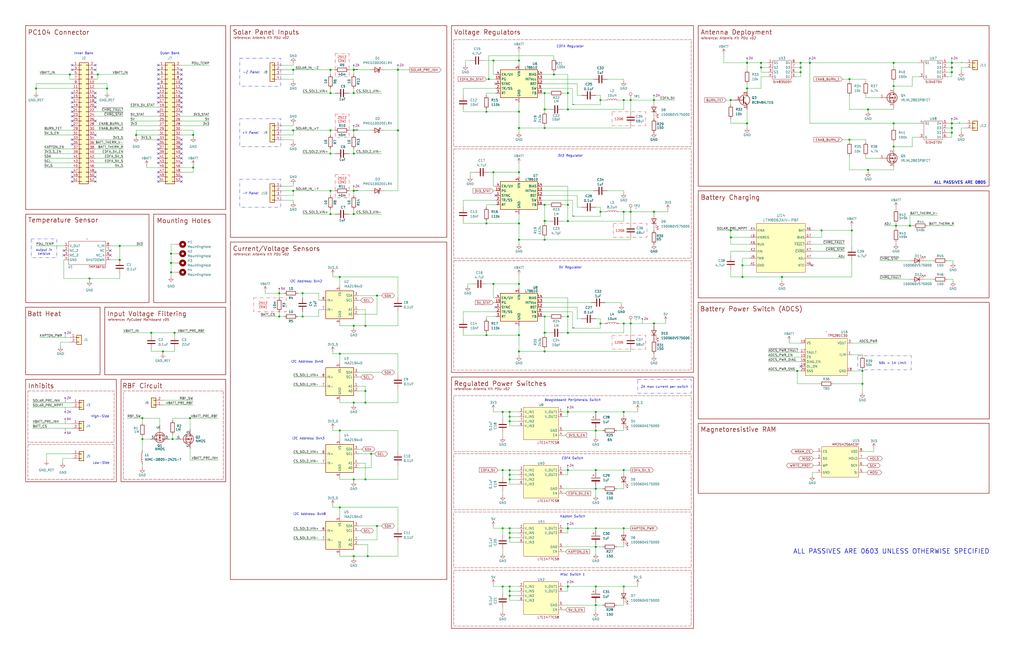
<source format=kicad_sch>
(kicad_sch (version 20250114) (generator "eeschema") (generator_version "9.0")
  (paper "User" 558.8 356.87)
  (title_block (title "PULSE-A Power Distribution Unit (PDU)") (date "2025-10-30") (rev "4.0.0") (company "UChicago Space Program") (comment 1 "Designed by Graydon Schulze-Kalt"))
  (rectangle (start 125.73 13.97) (end 243.84 129.54) (stroke (width 0.254) (color 132 0 0 1)))
  (rectangle (start 14.0074 116.8636) (end 81.3174 165.1236) (stroke (width 0.254) (color 132 0 0 1)))
  (rectangle (start 15.24 213.36) (end 62.23 241.3) (stroke (width 0) (type dash) (color 132 0 0 1)))
  (rectangle (start 246.38 205.74) (end 378.46 342.9) (stroke (width 0.254) (color 132 0 0 1)))
  (rectangle (start 182.88 95.25) (end 190.5 107.95) (stroke (width 0) (type dash_dot_dot) (color 208 0 6 1)))
  (rectangle (start 57.15 167.64) (end 123.19 204.47) (stroke (width 0.254) (color 132 0 0 1)))
  (rectangle (start 247.65 311.15) (end 377.19 341.63) (stroke (width 0) (type dash) (color 132 0 0 1)))
  (rectangle (start 13.97 207.01) (end 63.5 262.89) (stroke (width 0.254) (color 132 0 0 1)))
  (rectangle (start 13.97 167.64) (end 54.61 204.47) (stroke (width 0.254) (color 132 0 0 1)))
  (rectangle (start 130.81 97.79) (end 153.1868 113.03) (stroke (width 0) (type dash_dot_dot)))
  (rectangle (start 247.65 247.65) (end 377.19 278.13) (stroke (width 0) (type dash) (color 132 0 0 1)))
  (rectangle (start 125.73 132.08) (end 243.84 316.23) (stroke (width 0.254) (color 132 0 0 1)))
  (rectangle (start 468.0783 194.2005) (end 497.2883 201.7243) (stroke (width 0) (type dash_dot_dot)))
  (rectangle (start 66.04 207.01) (end 123.19 262.89) (stroke (width 0.254) (color 132 0 0 1)))
  (rectangle (start 15.24 242.57) (end 62.23 261.62) (stroke (width 0) (type dash) (color 132 0 0 1)))
  (rectangle (start 247.65 81.28) (end 377.19 140.97) (stroke (width 0) (type dash) (color 132 0 0 1)))
  (rectangle (start 182.88 29.21) (end 190.5 41.91) (stroke (width 0) (type dash_dot_dot) (color 208 0 6 1)))
  (rectangle (start 130.7905 31.786) (end 153.1673 47.026) (stroke (width 0) (type dash_dot_dot)))
  (rectangle (start 247.65 279.4) (end 377.19 309.88) (stroke (width 0) (type dash) (color 132 0 0 1)))
  (rectangle (start 381 164.9905) (end 539.8333 228.6) (stroke (width 0.254) (color 132 0 0 1)))
  (rectangle (start 13.97 13.97) (end 123.19 114.3) (stroke (width 0.254) (color 132 0 0 1)))
  (rectangle (start 334.645 121.92) (end 353.06 129.54) (stroke (width 0) (type dash_dot_dot) (color 208 0 6 1)))
  (rectangle (start 334.01 182.88) (end 352.425 190.5) (stroke (width 0) (type dash_dot_dot) (color 208 0 6 1)))
  (rectangle (start 182.88 62.23) (end 190.5 74.93) (stroke (width 0) (type dash_dot_dot) (color 208 0 6 1)))
  (rectangle (start 246.38 13.97) (end 378.46 203.2) (stroke (width 0.254) (color 132 0 0 1)))
  (rectangle (start 67.31 213.36) (end 121.92 261.62) (stroke (width 0) (type dash) (color 132 0 0 1)))
  (rectangle (start 138.43 162.56) (end 156.21 170.18) (stroke (width 0) (type dash_dot_dot) (color 208 0 6 1)))
  (rectangle (start 83.8574 116.8636) (end 123.2274 165.1236) (stroke (width 0.254) (color 132 0 0 1)))
  (rectangle (start 334.01 60.96) (end 352.425 68.58) (stroke (width 0) (type dash_dot_dot) (color 208 0 6 1)))
  (rectangle (start 381 13.97) (end 539.75 101.6) (stroke (width 0.254) (color 132 0 0 1)))
  (rectangle (start 247.65 142.24) (end 377.19 201.93) (stroke (width 0) (type dash) (color 132 0 0 1)))
  (rectangle (start 247.65 21.59) (end 377.19 80.01) (stroke (width 0) (type dash) (color 132 0 0 1)))
  (rectangle (start 381 231.0241) (end 539.75 269.2399) (stroke (width 0.254) (color 132 0 0 1)))
  (rectangle (start 347.9732 207.0831) (end 377.1832 214.6069) (stroke (width 0) (type dash_dot_dot)))
  (rectangle (start 17.0762 130.3903) (end 31.0462 140.5503) (stroke (width 0) (type dash_dot_dot)))
  (rectangle (start 130.81 64.77) (end 153.1868 80.01) (stroke (width 0) (type dash_dot_dot)))
  (rectangle (start 381 104.14) (end 539.75 162.56) (stroke (width 0.254) (color 132 0 0 1)))
  (rectangle (start 247.65 215.9) (end 377.19 246.38) (stroke (width 0) (type dash) (color 132 0 0 1)))
  (text "5V Regulator" (at 311.15 146.05 0) (effects (font (size 1.27 1.27) (italic yes))))
  (text "Regulated Power Switches" (at 247.65 209.55 0) (effects (font (size 2.54 2.54) (thickness 0.254) (bold yes)) (justify left)))
  (text "PC104 Connector" (at 31.9862 17.8802 0) (effects (font (size 2.54 2.54) (thickness 0.254) (bold yes))))
  (text "Voltage Regulators" (at 247.65 17.78 0) (effects (font (size 2.54 2.54) (thickness 0.254) (bold yes)) (justify left)))
  (text "reference: Artemis Kit PDU v02" (at 142.4286 20.8597 0) (effects (font (size 1.27 1.27) (italic yes))))
  (text "2512\n(3W)" (at 186.6361 32.3418 0) (effects (font (size 1.27 1.27))))
  (text "Temperature Sensor" (at 34.4283 120.3102 0) (effects (font (size 2.54 2.54) (thickness 0.254) (bold yes))))
  (text "Current/Voltage Sensors" (at 127 135.89 0) (effects (font (size 2.54 2.54) (thickness 0.254) (bold yes)) (justify left)))
  (text "Kapton Switch" (at 312.42 281.94 0) (effects (font (size 1.27 1.27) (italic yes))))
  (text "reference: Artemis Kit PDU v02" (at 142.4663 138.9961 0) (effects (font (size 1.27 1.27) (italic yes))))
  (text "3V3 Regulator" (at 311.15 85.09 0) (effects (font (size 1.27 1.27) (italic yes))))
  (text "Antenna Deployment" (at 382.27 17.78 0) (effects (font (size 2.54 2.54) (thickness 0.254) (bold yes)) (justify left)))
  (text "I2C Address: 0x48" (at 168.91 280.67 0) (effects (font (size 1.27 1.27))))
  (text "I2C Address: 0x43" (at 168.275 239.395 0) (effects (font (size 1.27 1.27))))
  (text "1206" (at 337.7146 187.0933 0) (effects (font (size 1.27 1.27))))
  (text "Magnetoresistive RAM" (at 382.2242 234.5801 0) (effects (font (size 2.54 2.54) (thickness 0.254) (bold yes)) (justify left)))
  (text "50k = 1A Limit" (at 487.0776 198.2749 0) (effects (font (size 1.27 1.27))))
  (text "Batt Heat" (at 24.13 171.45 0) (effects (font (size 2.54 2.54) (thickness 0.254) (bold yes))))
  (text "Low-Side" (at 55.118 252.73 0) (effects (font (size 1.27 1.27) (italic yes))))
  (text "Beagleboard Peripherals Switch" (at 312.42 218.44 0) (effects (font (size 1.27 1.27) (italic yes))))
  (text "ALL PASSIVES ARE 0603 UNLESS OTHERWISE SPECIFIED" (at 486.41 300.99 0) (effects (font (size 2.54 2.54) (thickness 0.254) (bold yes))))
  (text "ALL PASSIVES ARE 0805" (at 523.875 99.695 0) (effects (font (size 1.54 1.54) (thickness 0.254) (bold yes))))
  (text "Outer Bank" (at 92.71 29.21 0) (effects (font (size 1.27 1.27))))
  (text "I2C Address: 0x42" (at 167.005 153.67 0) (effects (font (size 1.27 1.27))))
  (text "RBF Circuit" (at 66.6894 210.7928 0) (effects (font (size 2.54 2.54) (thickness 0.254) (bold yes)) (justify left)))
  (text "Battery Charging" (at 382.27 107.95 0) (effects (font (size 2.54 2.54) (thickness 0.254) (bold yes)) (justify left)))
  (text "High-Side" (at 54.61 227.33 0) (effects (font (size 1.27 1.27) (italic yes))))
  (text "reference: Artemis Kit PDU v02" (at 262.9074 212.4797 0) (effects (font (size 1.27 1.27) (italic yes))))
  (text "Inner Bank" (at 45.72 29.21 0) (effects (font (size 1.27 1.27))))
  (text "2512\n(3W)" (at 186.6899 65.3793 0) (effects (font (size 1.27 1.27))))
  (text "Solar Panel Inputs" (at 127 17.78 0) (effects (font (size 2.54 2.54) (thickness 0.254) (bold yes)) (justify left)))
  (text "2512\n(3W)" (at 186.6899 98.5567 0) (effects (font (size 1.27 1.27))))
  (text "-Z Panel" (at 137.0706 39.6166 0) (effects (font (size 1.27 1.27) (italic yes))))
  (text "reference: PyCubed Mainboard v05" (at 75.4594 174.6655 0) (effects (font (size 1.27 1.27) (italic yes))))
  (text "I2C Address: 0x40" (at 167.64 197.485 0) (effects (font (size 1.27 1.27))))
  (text "EDFA Switch" (at 312.42 250.19 0) (effects (font (size 1.27 1.27) (italic yes))))
  (text "Battery Power Switch (ADCS)" (at 382.0002 168.7962 0) (effects (font (size 2.54 2.54) (thickness 0.254) (bold yes)) (justify left)))
  (text "Misc Switch 1" (at 312.42 313.69 0) (effects (font (size 1.27 1.27) (italic yes))))
  (text "output in\ncelsius" (at 23.9798 137.5639 0) (effects (font (size 1.27 1.27) (italic yes))))
  (text "2A max current per switch" (at 362.5457 211.2113 0) (effects (font (size 1.27 1.27) (italic yes))))
  (text "reference: Artemis Kit PDU v02" (at 397.3614 21.0463 0) (effects (font (size 1.27 1.27) (italic yes))))
  (text "+Y Panel" (at 136.5874 72.6366 0) (effects (font (size 1.27 1.27) (italic yes))))
  (text "Mounting Holes" (at 100.3674 120.6736 0) (effects (font (size 2.54 2.54) (thickness 0.254) (bold yes))))
  (text "Inhibits" (at 15.24 210.82 0) (effects (font (size 2.54 2.54) (thickness 0.254) (bold yes)) (justify left)))
  (text "Input Voltage Filtering" (at 58.42 171.45 0) (effects (font (size 2.54 2.54) (thickness 0.254) (bold yes)) (justify left)))
  (text "-Y Panel" (at 136.5874 105.6566 0) (effects (font (size 1.27 1.27) (italic yes))))
  (text "EDFA Regulator" (at 311.15 25.4 0) (effects (font (size 1.27 1.27) (italic yes))))
  (text "1206" (at 338.3496 126.1333 0) (effects (font (size 1.27 1.27))))
  (text "2512\n(5W)" (at 143.5393 166.6736 0) (effects (font (size 1.27 1.27))))
  (text "1206" (at 337.7146 65.1733 0) (effects (font (size 1.27 1.27))))
  (junction (at 82.55 181.61))
  (junction (at 325.12 234.95))
  (junction (at 463.55 43.18))
  (junction (at 470.6183 209.4405))
  (junction (at 325.12 266.7))
  (junction (at 356.87 54.61))
  (junction (at 205.74 161.29))
  (junction (at 217.17 71.12))
  (junction (at 487.68 34.29))
  (junction (at 193.04 303.53))
  (junction (at 405.13 144.78))
  (junction (at 265.43 60.96))
  (junction (at 519.43 36.83))
  (junction (at 309.88 256.54))
  (junction (at 441.96 34.29))
  (junction (at 448.31 125.73))
  (junction (at 205.74 287.02))
  (junction (at 344.17 176.53))
  (junction (at 309.88 320.04))
  (junction (at 93.345 138.43))
  (junction (at 297.18 120.65))
  (junction (at 519.43 34.29))
  (junction (at 278.13 224.79))
  (junction (at 297.18 111.76))
  (junction (at 415.29 36.83))
  (junction (at 265.43 182.88))
  (junction (at 160.02 71.12))
  (junction (at 105.41 91.44))
  (junction (at 200.66 303.53))
  (junction (at 274.32 320.04))
  (junction (at 95.25 181.61))
  (junction (at 297.18 69.85))
  (junction (at 193.04 83.82))
  (junction (at 297.18 181.61))
  (junction (at 160.02 38.1))
  (junction (at 327.66 176.53))
  (junction (at 283.21 182.88))
  (junction (at 278.13 325.12))
  (junction (at 266.7 43.18))
  (junction (at 58.42 48.26))
  (junction (at 487.68 46.99))
  (junction (at 202.565 247.65))
  (junction (at 463.55 76.2))
  (junction (at 309.88 172.72))
  (junction (at 180.34 83.82))
  (junction (at 193.04 71.12))
  (junction (at 193.04 219.71))
  (junction (at 65.3362 134.2003))
  (junction (at 274.32 224.79))
  (junction (at 193.04 104.14))
  (junction (at 185.42 276.86))
  (junction (at 77.6864 239.604))
  (junction (at 93.345 143.51))
  (junction (at 152.4 172.72))
  (junction (at 519.43 67.31))
  (junction (at 340.36 224.79))
  (junction (at 88.9 191.77))
  (junction (at 325.12 330.2))
  (junction (at 415.29 34.29))
  (junction (at 327.66 115.57))
  (junction (at 193.04 50.8))
  (junction (at 65.3362 141.8203))
  (junction (at 165.1 160.02))
  (junction (at 269.24 33.02))
  (junction (at 94.189 239.604))
  (junction (at 297.18 130.81))
  (junction (at 435.0583 202.4555))
  (junction (at 302.26 40.64))
  (junction (at 199.39 219.71))
  (junction (at 297.18 172.72))
  (junction (at 278.13 261.62))
  (junction (at 199.39 213.36))
  (junction (at 398.78 54.61))
  (junction (at 464.82 125.73))
  (junction (at 340.36 176.53))
  (junction (at 309.88 288.29))
  (junction (at 325.12 298.45))
  (junction (at 283.21 191.77))
  (junction (at 405.13 151.13))
  (junction (at 496.57 123.19))
  (junction (at 487.68 80.01))
  (junction (at 519.43 69.85))
  (junction (at 309.88 50.8))
  (junction (at 278.13 288.29))
  (junction (at 470.6183 202.4555))
  (junction (at 356.87 115.57))
  (junction (at 325.12 224.79))
  (junction (at 274.32 256.54))
  (junction (at 185.42 234.95))
  (junction (at 19.685 48.26))
  (junction (at 407.67 48.26))
  (junction (at 265.43 121.92))
  (junction (at 309.88 111.76))
  (junction (at 309.88 120.65))
  (junction (at 283.21 121.92))
  (junction (at 77.679 228.174))
  (junction (at 93.345 148.59))
  (junction (at 283.21 33.02))
  (junction (at 152.4 160.02))
  (junction (at 473.71 92.71))
  (junction (at 185.42 193.04))
  (junction (at 278.13 256.54))
  (junction (at 340.36 54.61))
  (junction (at 325.12 288.29))
  (junction (at 103.714 228.174))
  (junction (at 340.36 288.29))
  (junction (at 180.34 50.8))
  (junction (at 278.13 322.58))
  (junction (at 269.24 154.94))
  (junction (at 160.02 104.14))
  (junction (at 309.88 224.79))
  (junction (at 269.24 93.98))
  (junction (at 340.36 256.54))
  (junction (at 180.34 104.14))
  (junction (at 193.04 177.8))
  (junction (at 519.43 72.39))
  (junction (at 278.13 290.83))
  (junction (at 278.13 293.37))
  (junction (at 473.71 59.69))
  (junction (at 487.68 67.31))
  (junction (at 278.13 229.87))
  (junction (at 398.78 125.73))
  (junction (at 274.32 288.29))
  (junction (at 278.13 320.04))
  (junction (at 199.39 177.8))
  (junction (at 217.17 38.1))
  (junction (at 283.21 130.81))
  (junction (at 185.42 151.13))
  (junction (at 407.67 67.31))
  (junction (at 426.72 151.13))
  (junction (at 283.21 154.94))
  (junction (at 436.88 39.37))
  (junction (at 283.21 93.98))
  (junction (at 309.88 181.61))
  (junction (at 297.18 191.77))
  (junction (at 398.78 129.54))
  (junction (at 407.67 34.29))
  (junction (at 193.04 261.62))
  (junction (at 74.295 73.66))
  (junction (at 193.04 38.1))
  (junction (at 180.34 116.84))
  (junction (at 48.8262 151.9803))
  (junction (at 340.36 320.04))
  (junction (at 165.1 172.72))
  (junction (at 325.12 320.04))
  (junction (at 297.18 59.69))
  (junction (at 327.66 54.61))
  (junction (at 488.95 123.19))
  (junction (at 344.17 54.61))
  (junction (at 436.88 34.29))
  (junction (at 53.34 40.64))
  (junction (at 278.13 259.08))
  (junction (at 309.88 59.69))
  (junction (at 356.87 176.53))
  (junction (at 436.88 36.83))
  (junction (at 325.12 256.54))
  (junction (at 38.1 40.64))
  (junction (at 278.13 227.33))
  (junction (at 340.36 115.57))
  (junction (at 105.41 73.66))
  (junction (at 297.18 50.8))
  (junction (at 193.04 116.84))
  (junction (at 519.43 39.37))
  (junction (at 283.21 69.85))
  (junction (at 180.34 71.12))
  (junction (at 199.39 261.62))
  (junction (at 344.17 115.57))
  (junction (at 283.21 60.96))
  (junction (at 180.34 38.1))
  (no_connect (at 99.06 53.34))
  (no_connect (at 60.2562 139.2803))
  (no_connect (at 99.06 96.52))
  (no_connect (at 99.06 88.9))
  (no_connect (at 39.37 38.1))
  (no_connect (at 270.51 167.64))
  (no_connect (at 39.37 60.96))
  (no_connect (at 52.07 58.42))
  (no_connect (at 86.36 53.34))
  (no_connect (at 99.06 78.74))
  (no_connect (at 39.37 93.98))
  (no_connect (at 99.06 76.2))
  (no_connect (at 52.07 93.98))
  (no_connect (at 39.37 78.74))
  (no_connect (at 86.36 93.98))
  (no_connect (at 86.36 45.72))
  (no_connect (at 52.07 53.34))
  (no_connect (at 86.36 96.52))
  (no_connect (at 39.37 53.34))
  (no_connect (at 86.36 83.82))
  (no_connect (at 52.07 35.56))
  (no_connect (at 52.07 38.1))
  (no_connect (at 99.06 43.18))
  (no_connect (at 39.37 35.56))
  (no_connect (at 99.06 58.42))
  (no_connect (at 99.06 86.36))
  (no_connect (at 86.36 43.18))
  (no_connect (at 52.07 50.8))
  (no_connect (at 99.06 45.72))
  (no_connect (at 52.07 73.66))
  (no_connect (at 60.2562 136.7403))
  (no_connect (at 99.06 48.26))
  (no_connect (at 86.36 55.88))
  (no_connect (at 34.8562 139.2803))
  (no_connect (at 86.36 78.74))
  (no_connect (at 39.37 76.2))
  (no_connect (at 99.06 38.1))
  (no_connect (at 39.37 99.06))
  (no_connect (at 99.06 83.82))
  (no_connect (at 39.37 58.42))
  (no_connect (at 39.37 96.52))
  (no_connect (at 86.36 48.26))
  (no_connect (at 86.36 81.28))
  (no_connect (at 86.36 50.8))
  (no_connect (at 39.37 50.8))
  (no_connect (at 99.06 99.06))
  (no_connect (at 86.36 40.64))
  (no_connect (at 34.8562 136.7403))
  (no_connect (at 52.07 55.88))
  (no_connect (at 39.37 68.58))
  (no_connect (at 52.07 99.06))
  (no_connect (at 436.9633 199.9155))
  (no_connect (at 39.37 63.5))
  (no_connect (at 39.37 55.88))
  (no_connect (at 39.37 66.04))
  (no_connect (at 99.06 50.8))
  (no_connect (at 443.23 144.78))
  (no_connect (at 52.07 66.04))
  (no_connect (at 86.36 86.36))
  (no_connect (at 99.06 60.96))
  (no_connect (at 86.36 35.56))
  (no_connect (at 99.06 81.28))
  (no_connect (at 99.06 55.88))
  (no_connect (at 99.06 40.64))
  (no_connect (at 270.51 106.68))
  (no_connect (at 86.36 99.06))
  (no_connect (at 86.36 76.2))
  (no_connect (at 270.51 45.72))
  (no_connect (at 52.07 96.52))
  (no_connect (at 86.36 60.96))
  (no_connect (at 86.36 88.9))
  (no_connect (at 86.36 38.1))
  (wire (pts (xy 160.02 67.31) (xy 160.02 68.58)))
  (wire (pts (xy 265.43 172.72) (xy 265.43 173.99)))
  (wire (pts (xy 307.34 59.69) (xy 309.88 59.69)))
  (wire (pts (xy 105.41 71.12) (xy 105.41 73.66)))
  (wire (pts (xy 185.42 302.26) (xy 185.42 303.53)))
  (wire (pts (xy 24.13 83.82) (xy 39.37 83.82)))
  (wire (pts (xy 488.95 123.19) (xy 496.57 123.19)))
  (wire (pts (xy 195.58 203.2) (xy 208.28 203.2)))
  (wire (pts (xy 266.7 93.98) (xy 269.24 93.98)))
  (wire (pts (xy 94.189 239.604) (xy 96.094 239.604)))
  (wire (pts (xy 67.31 88.9) (xy 52.07 88.9)))
  (wire (pts (xy 19.685 50.8) (xy 19.685 48.26)))
  (wire (pts (xy 488.95 113.03) (xy 488.95 114.3)))
  (wire (pts (xy 88.9 191.77) (xy 88.9 193.04)))
  (wire (pts (xy 344.17 191.77) (xy 344.17 190.5)))
  (wire (pts (xy 283.21 157.48) (xy 283.21 154.94)))
  (wire (pts (xy 52.07 45.72) (xy 58.42 45.72)))
  (wire (pts (xy 160.02 289.56) (xy 175.26 289.56)))
  (wire (pts (xy 295.91 48.26) (xy 312.42 48.26)))
  (wire (pts (xy 473.71 92.71) (xy 487.68 92.71)))
  (wire (pts (xy 88.9 218.44) (xy 105.41 218.44)))
  (wire (pts (xy 520.065 142.24) (xy 520.065 143.51)))
  (wire (pts (xy 415.29 36.83) (xy 415.29 39.37)))
  (wire (pts (xy 24.13 71.12) (xy 39.37 71.12)))
  (wire (pts (xy 256.54 93.98) (xy 256.54 96.52)))
  (wire (pts (xy 278.13 224.79) (xy 278.13 227.33)))
  (wire (pts (xy 185.42 193.04) (xy 185.42 198.12)))
  (wire (pts (xy 480.06 142.24) (xy 496.57 142.24)))
  (wire (pts (xy 180.34 116.84) (xy 182.88 116.84)))
  (wire (pts (xy 398.78 54.61) (xy 400.05 54.61)))
  (wire (pts (xy 337.82 54.61) (xy 340.36 54.61)))
  (wire (pts (xy 153.67 38.1) (xy 160.02 38.1)))
  (wire (pts (xy 506.095 123.19) (xy 520.7 123.19)))
  (wire (pts (xy 103.714 228.174) (xy 103.714 234.524)))
  (wire (pts (xy 297.18 59.69) (xy 299.72 59.69)))
  (wire (pts (xy 39.37 247.65) (xy 25.4 247.65)))
  (wire (pts (xy 173.99 160.02) (xy 165.1 160.02)))
  (wire (pts (xy 269.24 93.98) (xy 283.21 93.98)))
  (wire (pts (xy 463.55 92.71) (xy 473.71 92.71)))
  (wire (pts (xy 297.18 181.61) (xy 299.72 181.61)))
  (wire (pts (xy 307.34 330.2) (xy 325.12 330.2)))
  (wire (pts (xy 407.67 59.69) (xy 407.67 67.31)))
  (wire (pts (xy 283.21 149.86) (xy 283.21 154.94)))
  (wire (pts (xy 434.34 36.83) (xy 436.88 36.83)))
  (wire (pts (xy 398.78 57.15) (xy 398.78 54.61)))
  (wire (pts (xy 398.78 139.7) (xy 398.78 137.16)))
  (wire (pts (xy 278.13 256.54) (xy 278.13 259.08)))
  (wire (pts (xy 193.04 177.8) (xy 193.04 179.07)))
  (wire (pts (xy 180.34 83.82) (xy 182.88 83.82)))
  (wire (pts (xy 202.565 247.65) (xy 202.565 255.27)))
  (wire (pts (xy 181.61 233.68) (xy 181.61 234.95)))
  (wire (pts (xy 340.36 226.06) (xy 340.36 224.79)))
  (wire (pts (xy 340.36 59.69) (xy 340.36 54.61)))
  (wire (pts (xy 190.5 71.12) (xy 193.04 71.12)))
  (wire (pts (xy 87.204 231.984) (xy 87.204 228.174)))
  (wire (pts (xy 283.21 293.37) (xy 278.13 293.37)))
  (wire (pts (xy 93.345 143.51) (xy 93.345 138.43)))
  (wire (pts (xy 325.12 328.93) (xy 325.12 330.2)))
  (wire (pts (xy 269.24 101.6) (xy 270.51 101.6)))
  (wire (pts (xy 309.88 259.08) (xy 309.88 256.54)))
  (wire (pts (xy 180.34 38.1) (xy 180.34 40.64)))
  (wire (pts (xy 94.189 228.174) (xy 94.189 229.444)))
  (wire (pts (xy 199.39 210.82) (xy 199.39 213.36)))
  (wire (pts (xy 195.58 287.02) (xy 205.74 287.02)))
  (wire (pts (xy 71.12 66.04) (xy 86.36 66.04)))
  (wire (pts (xy 193.04 83.82) (xy 208.28 83.82)))
  (wire (pts (xy 278.13 261.62) (xy 278.13 264.16)))
  (wire (pts (xy 67.31 76.2) (xy 52.07 76.2)))
  (wire (pts (xy 278.13 256.54) (xy 283.21 256.54)))
  (wire (pts (xy 415.29 41.91) (xy 419.1 41.91)))
  (wire (pts (xy 67.31 91.44) (xy 52.07 91.44)))
  (wire (pts (xy 314.96 113.03) (xy 317.5 113.03)))
  (wire (pts (xy 340.36 176.53) (xy 344.17 176.53)))
  (wire (pts (xy 153.67 71.12) (xy 160.02 71.12)))
  (wire (pts (xy 309.88 40.64) (xy 309.88 50.8)))
  (wire (pts (xy 266.7 43.18) (xy 270.51 43.18)))
  (wire (pts (xy 488.95 123.19) (xy 488.95 124.46)))
  (wire (pts (xy 252.73 60.96) (xy 265.43 60.96)))
  (wire (pts (xy 295.91 109.22) (xy 312.42 109.22)))
  (wire (pts (xy 217.17 276.86) (xy 217.17 288.29)))
  (wire (pts (xy 52.07 48.26) (xy 58.42 48.26)))
  (wire (pts (xy 340.36 234.95) (xy 340.36 233.68)))
  (wire (pts (xy 340.36 288.29) (xy 344.17 288.29)))
  (wire (pts (xy 307.34 320.04) (xy 309.88 320.04)))
  (wire (pts (xy 93.345 143.51) (xy 95.885 143.51)))
  (wire (pts (xy 297.18 172.72) (xy 299.72 172.72)))
  (wire (pts (xy 252.73 170.18) (xy 252.73 173.99)))
  (wire (pts (xy 448.31 125.73) (xy 464.82 125.73)))
  (wire (pts (xy 327.66 115.57) (xy 327.66 118.11)))
  (wire (pts (xy 270.51 48.26) (xy 252.73 48.26)))
  (wire (pts (xy 283.21 227.33) (xy 278.13 227.33)))
  (wire (pts (xy 344.17 54.61) (xy 356.87 54.61)))
  (wire (pts (xy 209.55 71.12) (xy 217.17 71.12)))
  (wire (pts (xy 327.66 115.57) (xy 330.2 115.57)))
  (wire (pts (xy 181.61 234.95) (xy 185.42 234.95)))
  (wire (pts (xy 181.61 276.86) (xy 185.42 276.86)))
  (wire (pts (xy 344.17 115.57) (xy 356.87 115.57)))
  (wire (pts (xy 217.17 193.04) (xy 185.42 193.04)))
  (wire (pts (xy 472.44 76.2) (xy 472.44 77.47)))
  (wire (pts (xy 195.58 294.64) (xy 205.74 294.64)))
  (wire (pts (xy 38.1 40.64) (xy 39.37 40.64)))
  (wire (pts (xy 153.67 109.22) (xy 160.02 109.22)))
  (wire (pts (xy 407.67 48.26) (xy 407.67 49.53)))
  (wire (pts (xy 472.44 43.18) (xy 472.44 44.45)))
  (wire (pts (xy 470.6183 201.8205) (xy 470.6183 202.4555)))
  (wire (pts (xy 202.565 247.65) (xy 204.47 247.65)))
  (wire (pts (xy 99.06 73.66) (xy 105.41 73.66)))
  (wire (pts (xy 470.6183 209.4405) (xy 470.6183 214.5205)))
  (wire (pts (xy 307.34 50.8) (xy 309.88 50.8)))
  (wire (pts (xy 391.16 125.73) (xy 398.78 125.73)))
  (wire (pts (xy 217.17 170.18) (xy 217.17 177.8)))
  (wire (pts (xy 309.88 101.6) (xy 309.88 111.76)))
  (wire (pts (xy 472.44 52.07) (xy 472.44 53.34)))
  (wire (pts (xy 270.51 109.22) (xy 252.73 109.22)))
  (wire (pts (xy 34.29 250.19) (xy 34.29 252.73)))
  (wire (pts (xy 269.24 287.02) (xy 269.24 288.29)))
  (wire (pts (xy 193.04 38.1) (xy 201.93 38.1)))
  (wire (pts (xy 195.58 245.11) (xy 197.485 245.11)))
  (wire (pts (xy 297.18 130.81) (xy 344.17 130.81)))
  (wire (pts (xy 269.24 318.77) (xy 269.24 320.04)))
  (wire (pts (xy 269.24 40.64) (xy 270.51 40.64)))
  (wire (pts (xy 295.91 165.1) (xy 322.58 165.1)))
  (wire (pts (xy 344.17 121.92) (xy 344.17 115.57)))
  (wire (pts (xy 516.89 36.83) (xy 519.43 36.83)))
  (wire (pts (xy 347.98 318.77) (xy 347.98 320.04)))
  (wire (pts (xy 180.34 73.66) (xy 180.34 71.12)))
  (wire (pts (xy 436.88 41.91) (xy 436.88 39.37)))
  (wire (pts (xy 269.24 154.94) (xy 269.24 162.56)))
  (wire (pts (xy 519.43 36.83) (xy 519.43 34.29)))
  (wire (pts (xy 463.55 43.18) (xy 463.55 44.45)))
  (wire (pts (xy 24.13 91.44) (xy 39.37 91.44)))
  (wire (pts (xy 58.42 45.72) (xy 58.42 48.26)))
  (wire (pts (xy 254 33.02) (xy 254 35.56)))
  (wire (pts (xy 309.88 224.79) (xy 325.12 224.79)))
  (wire (pts (xy 99.06 66.04) (xy 114.3 66.04)))
  (wire (pts (xy 487.68 92.71) (xy 487.68 91.44)))
  (wire (pts (xy 405.13 140.97) (xy 405.13 144.78)))
  (wire (pts (xy 283.21 72.39) (xy 283.21 69.85)))
  (wire (pts (xy 340.36 115.57) (xy 344.17 115.57)))
  (wire (pts (xy 269.24 93.98) (xy 269.24 101.6)))
  (wire (pts (xy 443.23 137.16) (xy 461.01 137.16)))
  (wire (pts (xy 274.32 288.29) (xy 278.13 288.29)))
  (wire (pts (xy 190.5 116.84) (xy 193.04 116.84)))
  (wire (pts (xy 325.12 265.43) (xy 325.12 266.7)))
  (wire (pts (xy 82.55 181.61) (xy 95.25 181.61)))
  (wire (pts (xy 67.31 83.82) (xy 52.07 83.82)))
  (wire (pts (xy 519.43 67.31) (xy 519.43 69.85)))
  (wire (pts (xy 193.04 50.8) (xy 208.28 50.8)))
  (wire (pts (xy 344.17 69.85) (xy 344.17 68.58)))
  (wire (pts (xy 152.4 170.18) (xy 152.4 172.72)))
  (wire (pts (xy 270.51 111.76) (xy 265.43 111.76)))
  (wire (pts (xy 443.23 125.73) (xy 448.31 125.73)))
  (wire (pts (xy 92.284 239.604) (xy 94.189 239.604)))
  (wire (pts (xy 394.97 29.21) (xy 394.97 34.29)))
  (wire (pts (xy 82.55 181.61) (xy 82.55 182.88)))
  (wire (pts (xy 340.36 320.04) (xy 340.36 321.31)))
  (wire (pts (xy 195.58 168.91) (xy 199.39 168.91)))
  (wire (pts (xy 443.865 246.38) (xy 445.77 246.38)))
  (wire (pts (xy 77.679 228.174) (xy 87.204 228.174)))
  (wire (pts (xy 77.6864 239.604) (xy 77.6864 245.6935)))
  (wire (pts (xy 173.99 163.83) (xy 173.99 160.02)))
  (wire (pts (xy 160.02 68.58) (xy 153.67 68.58)))
  (wire (pts (xy 356.87 64.77) (xy 356.87 63.5)))
  (wire (pts (xy 297.18 111.76) (xy 297.18 120.65)))
  (wire (pts (xy 340.36 256.54) (xy 344.17 256.54)))
  (wire (pts (xy 463.55 52.07) (xy 463.55 59.69)))
  (wire (pts (xy 325.12 233.68) (xy 325.12 234.95)))
  (wire (pts (xy 441.96 67.31) (xy 487.68 67.31)))
  (wire (pts (xy 173.99 163.83) (xy 175.26 163.83)))
  (wire (pts (xy 340.36 43.18) (xy 340.36 44.45)))
  (wire (pts (xy 93.345 138.43) (xy 93.345 133.35)))
  (wire (pts (xy 488.95 133.35) (xy 488.95 132.08)))
  (wire (pts (xy 436.88 34.29) (xy 441.96 34.29)))
  (wire (pts (xy 314.96 173.99) (xy 317.5 173.99)))
  (wire (pts (xy 173.99 168.91) (xy 175.26 168.91)))
  (wire (pts (xy 265.43 59.69) (xy 265.43 60.96)))
  (wire (pts (xy 307.34 227.33) (xy 309.88 227.33)))
  (wire (pts (xy 283.21 88.9) (xy 283.21 93.98)))
  (wire (pts (xy 180.34 104.14) (xy 180.34 106.68)))
  (wire (pts (xy 487.68 59.69) (xy 487.68 58.42)))
  (wire (pts (xy 283.21 55.88) (xy 283.21 60.96)))
  (wire (pts (xy 283.21 182.88) (xy 283.21 191.77)))
  (wire (pts (xy 93.345 148.59) (xy 93.345 143.51)))
  (wire (pts (xy 524.51 39.37) (xy 524.51 36.83)))
  (wire (pts (xy 443.865 254) (xy 445.77 254)))
  (wire (pts (xy 344.17 176.53) (xy 344.17 182.88)))
  (wire (pts (xy 265.43 182.88) (xy 283.21 182.88)))
  (wire (pts (xy 398.78 133.35) (xy 398.78 129.54)))
  (wire (pts (xy 53.34 40.64) (xy 69.85 40.64)))
  (wire (pts (xy 217.17 193.04) (xy 217.17 204.47)))
  (wire (pts (xy 153.67 40.64) (xy 160.02 40.64)))
  (wire (pts (xy 464.82 151.13) (xy 464.82 142.24)))
  (wire (pts (xy 160.02 73.66) (xy 160.02 71.12)))
  (wire (pts (xy 487.68 77.47) (xy 487.68 80.01)))
  (wire (pts (xy 19.685 48.26) (xy 19.685 45.72)))
  (wire (pts (xy 153.67 35.56) (xy 160.02 35.56)))
  (wire (pts (xy 426.72 151.13) (xy 426.72 153.67)))
  (wire (pts (xy 199.39 213.36) (xy 199.39 219.71)))
  (wire (pts (xy 398.78 129.54) (xy 398.78 125.73)))
  (wire (pts (xy 472.44 85.09) (xy 472.44 86.36)))
  (wire (pts (xy 265.43 181.61) (xy 265.43 182.88)))
  (wire (pts (xy 297.18 129.54) (xy 297.18 130.81)))
  (wire (pts (xy 327.66 176.53) (xy 327.66 179.07)))
  (wire (pts (xy 473.71 59.69) (xy 473.71 60.96)))
  (wire (pts (xy 153.67 106.68) (xy 160.02 106.68)))
  (wire (pts (xy 193.04 50.8) (xy 193.04 48.26)))
  (wire (pts (xy 77.6864 254.6294) (xy 77.679 254.6294)))
  (wire (pts (xy 443.23 257.81) (xy 445.77 257.81)))
  (wire (pts (xy 356.87 176.53) (xy 363.22 176.53)))
  (wire (pts (xy 193.04 219.71) (xy 193.04 220.98)))
  (wire (pts (xy 193.04 303.53) (xy 200.66 303.53)))
  (wire (pts (xy 65.3362 134.2003) (xy 78.0362 134.2003)))
  (wire (pts (xy 77.6864 239.604) (xy 77.679 239.604)))
  (wire (pts (xy 160.02 294.64) (xy 175.26 294.64)))
  (wire (pts (xy 181.61 193.04) (xy 185.42 193.04)))
  (wire (pts (xy 52.07 78.74) (xy 67.31 78.74)))
  (wire (pts (xy 398.78 147.32) (xy 398.78 151.13)))
  (wire (pts (xy 24.13 86.36) (xy 39.37 86.36)))
  (wire (pts (xy 283.21 194.31) (xy 283.21 191.77)))
  (wire (pts (xy 160.02 76.2) (xy 160.02 77.47)))
  (wire (pts (xy 283.21 60.96) (xy 283.21 69.85)))
  (wire (pts (xy 153.67 43.18) (xy 160.02 43.18)))
  (wire (pts (xy 496.57 117.475) (xy 496.57 123.19)))
  (wire (pts (xy 34.8562 141.8203) (xy 34.8562 151.9803)))
  (wire (pts (xy 160.02 40.64) (xy 160.02 38.1)))
  (wire (pts (xy 21.59 40.64) (xy 38.1 40.64)))
  (wire (pts (xy 278.13 290.83) (xy 278.13 293.37)))
  (wire (pts (xy 283.21 264.16) (xy 278.13 264.16)))
  (wire (pts (xy 464.9033 193.5655) (xy 470.6183 193.5655)))
  (wire (pts (xy 199.39 168.91) (xy 199.39 177.8)))
  (wire (pts (xy 77.679 254.6294) (xy 77.679 255.479)))
  (wire (pts (xy 325.12 266.7) (xy 325.12 270.51)))
  (wire (pts (xy 193.04 38.1) (xy 193.04 40.64)))
  (wire (pts (xy 337.82 176.53) (xy 340.36 176.53)))
  (wire (pts (xy 337.82 115.57) (xy 340.36 115.57)))
  (wire (pts (xy 142.24 172.72) (xy 152.4 172.72)))
  (wire (pts (xy 160.02 106.68) (xy 160.02 104.14)))
  (wire (pts (xy 472.44 53.34) (xy 480.06 53.34)))
  (wire (pts (xy 252.73 121.92) (xy 265.43 121.92)))
  (wire (pts (xy 165.1 172.72) (xy 173.99 172.72)))
  (wire (pts (xy 470.6183 202.4555) (xy 470.6183 209.4405)))
  (wire (pts (xy 394.97 34.29) (xy 407.67 34.29)))
  (wire (pts (xy 283.21 116.84) (xy 283.21 121.92)))
  (wire (pts (xy 99.06 93.98) (xy 105.41 93.98)))
  (wire (pts (xy 325.12 330.2) (xy 328.93 330.2)))
  (wire (pts (xy 443.23 259.715) (xy 443.23 257.81)))
  (wire (pts (xy 283.21 121.92) (xy 283.21 130.81)))
  (wire (pts (xy 269.24 223.52) (xy 269.24 224.79)))
  (wire (pts (xy 415.29 34.29) (xy 415.29 36.83)))
  (wire (pts (xy 516.89 69.85) (xy 519.43 69.85)))
  (wire (pts (xy 99.06 91.44) (xy 105.41 91.44)))
  (wire (pts (xy 34.8562 151.9803) (xy 48.8262 151.9803)))
  (wire (pts (xy 325.12 320.04) (xy 325.12 321.31)))
  (wire (pts (xy 309.88 227.33) (xy 309.88 224.79)))
  (wire (pts (xy 181.61 275.59) (xy 181.61 276.86)))
  (wire (pts (xy 497.84 41.91) (xy 501.65 41.91)))
  (wire (pts (xy 519.43 67.31) (xy 527.05 67.31)))
  (wire (pts (xy 487.68 34.29) (xy 501.65 34.29)))
  (wire (pts (xy 217.17 261.62) (xy 199.39 261.62)))
  (wire (pts (xy 415.29 36.83) (xy 419.1 36.83)))
  (wire (pts (xy 297.18 111.76) (xy 299.72 111.76)))
  (wire (pts (xy 195.58 297.18) (xy 200.66 297.18)))
  (wire (pts (xy 309.88 59.69) (xy 340.36 59.69)))
  (wire (pts (xy 434.34 34.29) (xy 436.88 34.29)))
  (wire (pts (xy 398.78 64.77) (xy 398.78 67.31)))
  (wire (pts (xy 93.345 138.43) (xy 95.885 138.43)))
  (wire (pts (xy 283.21 322.58) (xy 278.13 322.58)))
  (wire (pts (xy 408.94 144.78) (xy 405.13 144.78)))
  (wire (pts (xy 103.714 251.034) (xy 118.954 251.034)))
  (wire (pts (xy 266.7 30.48) (xy 266.7 43.18)))
  (wire (pts (xy 205.74 161.29) (xy 208.28 161.29)))
  (wire (pts (xy 217.17 151.13) (xy 217.17 162.56)))
  (wire (pts (xy 336.55 234.95) (xy 340.36 234.95)))
  (wire (pts (xy 325.12 297.18) (xy 325.12 298.45)))
  (wire (pts (xy 295.91 43.18) (xy 323.85 43.18)))
  (wire (pts (xy 434.34 39.37) (xy 436.88 39.37)))
  (wire (pts (xy 497.84 80.01) (xy 497.84 74.93)))
  (wire (pts (xy 487.68 67.31) (xy 487.68 69.85)))
  (wire (pts (xy 459.74 43.18) (xy 463.55 43.18)))
  (wire (pts (xy 19.685 45.72) (xy 39.37 45.72)))
  (wire (pts (xy 265.43 120.65) (xy 265.43 121.92)))
  (wire (pts (xy 309.88 111.76) (xy 309.88 120.65)))
  (wire (pts (xy 487.68 80.01) (xy 487.68 81.28)))
  (wire (pts (xy 327.66 173.99) (xy 325.12 173.99)))
  (wire (pts (xy 165.1 162.56) (xy 165.1 160.02)))
  (wire (pts (xy 516.89 72.39) (xy 519.43 72.39)))
  (wire (pts (xy 356.87 54.61) (xy 368.3 54.61)))
  (wire (pts (xy 283.21 261.62) (xy 278.13 261.62)))
  (wire (pts (xy 180.34 50.8) (xy 182.88 50.8)))
  (wire (pts (xy 71.12 68.58) (xy 86.36 68.58)))
  (wire (pts (xy 307.34 237.49) (xy 308.61 237.49)))
  (wire (pts (xy 153.67 104.14) (xy 160.02 104.14)))
  (wire (pts (xy 295.91 104.14) (xy 323.85 104.14)))
  (wire (pts (xy 65.3362 149.4403) (xy 65.3362 151.9803)))
  (wire (pts (xy 302.26 30.48) (xy 302.26 31.75)))
  (wire (pts (xy 185.42 234.95) (xy 185.42 240.03)))
  (wire (pts (xy 160.02 71.12) (xy 180.34 71.12)))
  (wire (pts (xy 472.44 86.36) (xy 480.06 86.36)))
  (wire (pts (xy 283.21 229.87) (xy 278.13 229.87)))
  (wire (pts (xy 17.78 219.71) (xy 39.37 219.71)))
  (wire (pts (xy 60.2562 134.2003) (xy 65.3362 134.2003)))
  (wire (pts (xy 209.55 104.14) (xy 217.17 104.14)))
  (wire (pts (xy 67.31 71.12) (xy 52.07 71.12)))
  (wire (pts (xy 283.21 133.35) (xy 283.21 130.81)))
  (wire (pts (xy 254 33.02) (xy 256.54 33.02)))
  (wire (pts (xy 419.1833 197.3755) (xy 436.9633 197.3755)))
  (wire (pts (xy 193.04 261.62) (xy 193.04 262.89)))
  (wire (pts (xy 283.21 327.66) (xy 278.13 327.66)))
  (wire (pts (xy 398.78 125.73) (xy 408.94 125.73)))
  (wire (pts (xy 269.24 33.02) (xy 269.24 40.64)))
  (wire (pts (xy 274.32 228.6) (xy 274.32 224.79)))
  (wire (pts (xy 396.24 54.61) (xy 398.78 54.61)))
  (wire (pts (xy 307.34 256.54) (xy 309.88 256.54)))
  (wire (pts (xy 307.34 290.83) (xy 309.88 290.83)))
  (wire (pts (xy 255.27 154.94) (xy 257.81 154.94)))
  (wire (pts (xy 93.345 133.35) (xy 95.885 133.35)))
  (wire (pts (xy 269.24 104.14) (xy 270.51 104.14)))
  (wire (pts (xy 519.43 34.29) (xy 527.05 34.29)))
  (wire (pts (xy 278.13 320.04) (xy 278.13 322.58)))
  (wire (pts (xy 297.18 182.88) (xy 297.18 181.61)))
  (wire (pts (xy 193.04 303.53) (xy 193.04 304.8)))
  (wire (pts (xy 173.99 172.72) (xy 173.99 168.91)))
  (wire (pts (xy 217.17 234.95) (xy 217.17 246.38)))
  (wire (pts (xy 297.18 69.85) (xy 344.17 69.85)))
  (wire (pts (xy 217.17 234.95) (xy 185.42 234.95)))
  (wire (pts (xy 307.34 111.76) (xy 309.88 111.76)))
  (wire (pts (xy 270.51 170.18) (xy 252.73 170.18)))
  (wire (pts (xy 307.34 332.74) (xy 308.61 332.74)))
  (wire (pts (xy 269.24 320.04) (xy 274.32 320.04)))
  (wire (pts (xy 302.26 39.37) (xy 302.26 40.64)))
  (wire (pts (xy 325.12 256.54) (xy 340.36 256.54)))
  (wire (pts (xy 21.59 184.15) (xy 38.1 184.15)))
  (wire (pts (xy 160.02 205.74) (xy 175.26 205.74)))
  (wire (pts (xy 295.91 40.64) (xy 302.26 40.64)))
  (wire (pts (xy 476.885 246.38) (xy 471.17 246.38)))
  (wire (pts (xy 309.88 288.29) (xy 325.12 288.29)))
  (wire (pts (xy 471.17 257.81) (xy 473.075 257.81)))
  (wire (pts (xy 162.56 160.02) (xy 165.1 160.02)))
  (wire (pts (xy 314.96 173.99) (xy 314.96 167.64)))
  (wire (pts (xy 144.78 160.02) (xy 144.78 158.75)))
  (wire (pts (xy 314.96 106.68) (xy 295.91 106.68)))
  (wire (pts (xy 519.43 39.37) (xy 519.43 36.83)))
  (wire (pts (xy 519.43 74.93) (xy 519.43 72.39)))
  (wire (pts (xy 193.04 71.12) (xy 193.04 73.66)))
  (wire (pts (xy 297.18 121.92) (xy 297.18 120.65)))
  (wire (pts (xy 69.424 228.174) (xy 77.679 228.174)))
  (wire (pts (xy 193.04 116.84) (xy 208.28 116.84)))
  (wire (pts (xy 405.13 144.78) (xy 405.13 151.13)))
  (wire (pts (xy 336.55 298.45) (xy 340.36 298.45)))
  (wire (pts (xy 185.42 261.62) (xy 193.04 261.62)))
  (wire (pts (xy 153.67 76.2) (xy 160.02 76.2)))
  (wire (pts (xy 278.13 293.37) (xy 278.13 295.91)))
  (wire (pts (xy 497.84 74.93) (xy 501.65 74.93)))
  (wire (pts (xy 325.12 266.7) (xy 328.93 266.7)))
  (wire (pts (xy 314.96 52.07) (xy 317.5 52.07)))
  (wire (pts (xy 190.5 83.82) (xy 193.04 83.82)))
  (wire (pts (xy 314.96 113.03) (xy 314.96 106.68)))
  (wire (pts (xy 199.39 177.8) (xy 193.04 177.8)))
  (wire (pts (xy 60.2562 141.8203) (xy 65.3362 141.8203)))
  (wire (pts (xy 487.68 46.99) (xy 497.84 46.99)))
  (wire (pts (xy 252.73 182.88) (xy 265.43 182.88)))
  (wire (pts (xy 327.66 176.53) (xy 330.2 176.53)))
  (wire (pts (xy 295.91 111.76) (xy 297.18 111.76)))
  (wire (pts (xy 441.96 34.29) (xy 441.96 67.31)))
  (wire (pts (xy 443.865 250.19) (xy 445.77 250.19)))
  (wire (pts (xy 464.82 125.73) (xy 464.82 134.62)))
  (wire (pts (xy 344.17 130.81) (xy 344.17 129.54)))
  (wire (pts (xy 71.12 63.5) (xy 86.36 63.5)))
  (wire (pts (xy 407.67 67.31) (xy 407.67 69.85)))
  (wire (pts (xy 430.6133 187.2155) (xy 436.9633 187.2155)))
  (wire (pts (xy 77.6864 239.604) (xy 82.124 239.604)))
  (wire (pts (xy 327.66 113.03) (xy 327.66 115.57)))
  (wire (pts (xy 398.78 67.31) (xy 407.67 67.31)))
  (wire (pts (xy 162.56 172.72) (xy 165.1 172.72)))
  (wire (pts (xy 24.13 81.28) (xy 39.37 81.28)))
  (wire (pts (xy 103.714 228.174) (xy 94.189 228.174)))
  (wire (pts (xy 88.9 191.77) (xy 95.25 191.77)))
  (wire (pts (xy 185.42 176.53) (xy 185.42 177.8)))
  (wire (pts (xy 302.26 30.48) (xy 266.7 30.48)))
  (wire (pts (xy 95.25 181.61) (xy 111.76 181.61)))
  (wire (pts (xy 473.71 59.69) (xy 487.68 59.69)))
  (wire (pts (xy 193.04 83.82) (xy 193.04 81.28)))
  (wire (pts (xy 195.58 255.27) (xy 202.565 255.27)))
  (wire (pts (xy 283.21 295.91) (xy 278.13 295.91)))
  (wire (pts (xy 195.58 289.56) (xy 196.85 289.56)))
  (wire (pts (xy 195.58 252.73) (xy 199.39 252.73)))
  (wire (pts (xy 344.17 176.53) (xy 356.87 176.53)))
  (wire (pts (xy 471.17 254) (xy 473.075 254)))
  (wire (pts (xy 114.3 35.56) (xy 99.06 35.56)))
  (wire (pts (xy 255.27 154.94) (xy 255.27 156.21)))
  (wire (pts (xy 252.73 181.61) (xy 252.73 182.88)))
  (wire (pts (xy 200.66 303.53) (xy 217.17 303.53)))
  (wire (pts (xy 283.21 93.98) (xy 283.21 96.52)))
  (wire (pts (xy 297.18 191.77) (xy 344.17 191.77)))
  (wire (pts (xy 38.1 43.18) (xy 39.37 43.18)))
  (wire (pts (xy 307.34 300.99) (xy 308.61 300.99)))
  (wire (pts (xy 524.51 36.83) (xy 527.05 36.83)))
  (wire (pts (xy 269.24 162.56) (xy 270.51 162.56)))
  (wire (pts (xy 463.55 43.18) (xy 472.44 43.18)))
  (wire (pts (xy 256.54 93.98) (xy 259.08 93.98)))
  (wire (pts (xy 269.24 154.94) (xy 283.21 154.94)))
  (wire (pts (xy 336.55 330.2) (xy 340.36 330.2)))
  (wire (pts (xy 312.42 118.11) (xy 327.66 118.11)))
  (wire (pts (xy 269.24 33.02) (xy 283.21 33.02)))
  (wire (pts (xy 199.39 219.71) (xy 193.04 219.71)))
  (wire (pts (xy 185.42 177.8) (xy 193.04 177.8)))
  (wire (pts (xy 297.18 120.65) (xy 299.72 120.65)))
  (wire (pts (xy 331.47 43.18) (xy 340.36 43.18)))
  (wire (pts (xy 309.88 181.61) (xy 340.36 181.61)))
  (wire (pts (xy 58.42 48.26) (xy 58.42 50.8)))
  (wire (pts (xy 278.13 227.33) (xy 278.13 229.87)))
  (wire (pts (xy 278.13 259.08) (xy 278.13 261.62)))
  (wire (pts (xy 67.31 68.58) (xy 52.07 68.58)))
  (wire (pts (xy 516.89 152.4) (xy 520.065 152.4)))
  (wire (pts (xy 464.82 123.19) (xy 464.82 125.73)))
  (wire (pts (xy 487.68 44.45) (xy 487.68 46.99)))
  (wire (pts (xy 509.27 152.4) (xy 504.19 152.4)))
  (wire (pts (xy 283.21 232.41) (xy 278.13 232.41)))
  (wire (pts (xy 278.13 224.79) (xy 283.21 224.79)))
  (wire (pts (xy 278.13 288.29) (xy 283.21 288.29)))
  (wire (pts (xy 295.91 162.56) (xy 309.88 162.56)))
  (wire (pts (xy 325.12 320.04) (xy 340.36 320.04)))
  (wire (pts (xy 103.714 228.174) (xy 118.954 228.174)))
  (wire (pts (xy 278.13 320.04) (xy 283.21 320.04)))
  (wire (pts (xy 82.55 191.77) (xy 82.55 190.5)))
  (wire (pts (xy 307.34 224.79) (xy 309.88 224.79)))
  (wire (pts (xy 190.5 38.1) (xy 193.04 38.1)))
  (wire (pts (xy 217.17 38.1) (xy 223.52 38.1)))
  (wire (pts (xy 325.12 256.54) (xy 325.12 257.81)))
  (wire (pts (xy 67.31 181.61) (xy 82.55 181.61)))
  (wire (pts (xy 19.685 48.26) (xy 39.37 48.26)))
  (wire (pts (xy 407.67 45.72) (xy 407.67 48.26)))
  (wire (pts (xy 105.41 73.66) (xy 105.41 74.93)))
  (wire (pts (xy 295.91 170.18) (xy 312.42 170.18)))
  (wire (pts (xy 327.66 52.07) (xy 327.66 54.61)))
  (wire (pts (xy 252.73 120.65) (xy 252.73 121.92)))
  (wire (pts (xy 295.91 172.72) (xy 297.18 172.72)))
  (wire (pts (xy 274.32 260.35) (xy 274.32 256.54)))
  (wire (pts (xy 48.8262 151.9803) (xy 65.3362 151.9803)))
  (wire (pts (xy 217.17 219.71) (xy 199.39 219.71)))
  (wire (pts (xy 297.18 50.8) (xy 297.18 59.69)))
  (wire (pts (xy 398.78 129.54) (xy 408.94 129.54)))
  (wire (pts (xy 325.12 288.29) (xy 340.36 288.29)))
  (wire (pts (xy 67.31 86.36) (xy 52.07 86.36)))
  (wire (pts (xy 93.345 148.59) (xy 95.885 148.59)))
  (wire (pts (xy 309.88 120.65) (xy 340.36 120.65)))
  (wire (pts (xy 471.17 250.19) (xy 473.075 250.19)))
  (wire (pts (xy 336.55 266.7) (xy 340.36 266.7)))
  (wire (pts (xy 195.58 163.83) (xy 196.85 163.83)))
  (wire (pts (xy 516.89 142.24) (xy 520.065 142.24)))
  (wire (pts (xy 340.36 266.7) (xy 340.36 265.43)))
  (wire (pts (xy 76.835 76.2) (xy 86.36 76.2)))
  (wire (pts (xy 160.02 109.22) (xy 160.02 110.49)))
  (wire (pts (xy 415.29 48.26) (xy 415.29 41.91)))
  (wire (pts (xy 356.87 54.61) (xy 356.87 55.88)))
  (wire (pts (xy 407.67 48.26) (xy 415.29 48.26)))
  (wire (pts (xy 217.17 177.8) (xy 199.39 177.8)))
  (wire (pts (xy 74.295 73.66) (xy 86.36 73.66)))
  (wire (pts (xy 363.22 175.26) (xy 363.22 176.53)))
  (wire (pts (xy 398.78 151.13) (xy 405.13 151.13)))
  (wire (pts (xy 274.32 256.54) (xy 278.13 256.54)))
  (wire (pts (xy 364.49 114.3) (xy 364.49 115.57)))
  (wire (pts (xy 160.02 252.73) (xy 175.26 252.73)))
  (wire (pts (xy 327.66 173.99) (xy 327.66 176.53)))
  (wire (pts (xy 297.18 68.58) (xy 297.18 69.85)))
  (wire (pts (xy 80.01 90.17) (xy 80.01 91.44)))
  (wire (pts (xy 185.42 218.44) (xy 185.42 219.71)))
  (wire (pts (xy 487.68 67.31) (xy 501.65 67.31)))
  (wire (pts (xy 77.679 238.334) (xy 77.679 239.604)))
  (wire (pts (xy 193.04 104.14) (xy 201.93 104.14)))
  (wire (pts (xy 38.1 186.69) (xy 33.02 186.69)))
  (wire (pts (xy 269.24 224.79) (xy 274.32 224.79)))
  (wire (pts (xy 181.61 191.77) (xy 181.61 193.04)))
  (wire (pts (xy 312.42 179.07) (xy 327.66 179.07)))
  (wire (pts (xy 278.13 229.87) (xy 278.13 232.41)))
  (wire (pts (xy 463.55 59.69) (xy 473.71 59.69)))
  (wire (pts (xy 80.01 91.44) (xy 86.36 91.44)))
  (wire (pts (xy 65.3362 134.2003) (xy 65.3362 141.8203)))
  (wire (pts (xy 103.714 244.684) (xy 103.714 251.034)))
  (wire (pts (xy 95.25 181.61) (xy 95.25 182.88)))
  (wire (pts (xy 278.13 325.12) (xy 278.13 327.66)))
  (wire (pts (xy 181.61 151.13) (xy 185.42 151.13)))
  (wire (pts (xy 193.04 71.12) (xy 201.93 71.12)))
  (wire (pts (xy 302.26 40.64) (xy 309.88 40.64)))
  (wire (pts (xy 297.18 190.5) (xy 297.18 191.77)))
  (wire (pts (xy 297.18 50.8) (xy 299.72 50.8)))
  (wire (pts (xy 153.67 73.66) (xy 160.02 73.66)))
  (wire (pts (xy 419.1833 194.8355) (xy 436.9633 194.8355)))
  (wire (pts (xy 327.66 113.03) (xy 325.12 113.03)))
  (wire (pts (xy 325.12 298.45) (xy 325.12 302.26)))
  (wire (pts (xy 185.42 219.71) (xy 193.04 219.71)))
  (wire (pts (xy 307.34 120.65) (xy 309.88 120.65)))
  (wire (pts (xy 516.89 41.91) (xy 519.43 41.91)))
  (wire (pts (xy 278.13 322.58) (xy 278.13 325.12)))
  (wire (pts (xy 265.43 50.8) (xy 265.43 52.07)))
  (wire (pts (xy 309.88 322.58) (xy 309.88 320.04)))
  (wire (pts (xy 283.21 177.8) (xy 283.21 182.88)))
  (wire (pts (xy 309.88 320.04) (xy 325.12 320.04)))
  (wire (pts (xy 407.67 34.29) (xy 415.29 34.29)))
  (wire (pts (xy 105.41 93.98) (xy 105.41 91.44)))
  (wire (pts (xy 283.21 130.81) (xy 297.18 130.81)))
  (wire (pts (xy 180.34 38.1) (xy 182.88 38.1)))
  (wire (pts (xy 327.66 52.07) (xy 325.12 52.07)))
  (wire (pts (xy 356.87 193.04) (xy 356.87 194.31)))
  (wire (pts (xy 265.43 43.18) (xy 266.7 43.18)))
  (wire (pts (xy 307.34 322.58) (xy 309.88 322.58)))
  (wire (pts (xy 205.74 294.64) (xy 205.74 287.02)))
  (wire (pts (xy 99.06 63.5) (xy 114.3 63.5)))
  (wire (pts (xy 274.32 320.04) (xy 278.13 320.04)))
  (wire (pts (xy 52.07 40.64) (xy 53.34 40.64)))
  (wire (pts (xy 252.73 109.22) (xy 252.73 113.03)))
  (wire (pts (xy 325.12 330.2) (xy 325.12 334.01)))
  (wire (pts (xy 180.34 48.26) (xy 180.34 50.8)))
  (wire (pts (xy 195.58 213.36) (xy 199.39 213.36)))
  (wire (pts (xy 312.42 170.18) (xy 312.42 179.07)))
  (wire (pts (xy 340.36 120.65) (xy 340.36 115.57)))
  (wire (pts (xy 295.91 50.8) (xy 297.18 50.8)))
  (wire (pts (xy 344.17 60.96) (xy 344.17 54.61)))
  (wire (pts (xy 307.34 269.24) (xy 308.61 269.24)))
  (wire (pts (xy 325.12 224.79) (xy 325.12 226.06)))
  (wire (pts (xy 217.17 38.1) (xy 217.17 71.12)))
  (wire (pts (xy 340.36 330.2) (xy 340.36 328.93)))
  (wire (pts (xy 405.13 151.13) (xy 426.72 151.13)))
  (wire (pts (xy 283.21 191.77) (xy 297.18 191.77)))
  (wire (pts (xy 309.88 256.54) (xy 325.12 256.54)))
  (wire (pts (xy 339.09 165.1) (xy 339.09 166.37)))
  (wire (pts (xy 252.73 59.69) (xy 252.73 60.96)))
  (wire (pts (xy 434.34 41.91) (xy 436.88 41.91)))
  (wire (pts (xy 325.12 234.95) (xy 325.12 238.76)))
  (wire (pts (xy 180.34 71.12) (xy 182.88 71.12)))
  (wire (pts (xy 17.78 222.25) (xy 39.37 222.25)))
  (wire (pts (xy 464.9033 187.2155) (xy 478.8733 187.2155)))
  (wire (pts (xy 160.02 38.1) (xy 180.34 38.1)))
  (wire (pts (xy 436.88 36.83) (xy 436.88 34.29)))
  (wire (pts (xy 165.1 50.8) (xy 180.34 50.8)))
  (wire (pts (xy 274.32 334.01) (xy 274.32 331.47)))
  (wire (pts (xy 195.58 247.65) (xy 202.565 247.65)))
  (wire (pts (xy 274.32 292.1) (xy 274.32 288.29)))
  (wire (pts (xy 185.42 303.53) (xy 193.04 303.53)))
  (wire (pts (xy 278.13 288.29) (xy 278.13 290.83)))
  (wire (pts (xy 340.36 104.14) (xy 340.36 105.41)))
  (wire (pts (xy 195.58 205.74) (xy 196.85 205.74)))
  (wire (pts (xy 419.1833 192.2955) (xy 436.9633 192.2955)))
  (wire (pts (xy 160.02 43.18) (xy 160.02 44.45)))
  (wire (pts (xy 356.87 125.73) (xy 356.87 124.46)))
  (wire (pts (xy 217.17 212.09) (xy 217.17 219.71)))
  (wire (pts (xy 48.8262 151.9803) (xy 48.8262 153.2503)))
  (wire (pts (xy 205.74 287.02) (xy 208.28 287.02)))
  (wire (pts (xy 443.23 140.97) (xy 461.01 140.97)))
  (wire (pts (xy 74.295 73.66) (xy 74.295 74.93)))
  (wire (pts (xy 105.41 91.44) (xy 105.41 90.17)))
  (wire (pts (xy 309.88 50.8) (xy 309.88 59.69)))
  (wire (pts (xy 519.43 69.85) (xy 519.43 72.39)))
  (wire (pts (xy 340.36 54.61) (xy 344.17 54.61)))
  (wire (pts (xy 52.07 43.18) (xy 53.34 43.18)))
  (wire (pts (xy 160.02 100.33) (xy 160.02 101.6)))
  (wire (pts (xy 330.2 165.1) (xy 339.09 165.1)))
  (wire (pts (xy 408.94 140.97) (xy 405.13 140.97)))
  (wire (pts (xy 307.34 266.7) (xy 325.12 266.7)))
  (wire (pts (xy 307.34 172.72) (xy 309.88 172.72)))
  (wire (pts (xy 94.189 237.064) (xy 94.189 239.604)))
  (wire (pts (xy 283.21 27.94) (xy 283.21 33.02)))
  (wire (pts (xy 95.25 191.77) (xy 95.25 190.5)))
  (wire (pts (xy 274.32 224.79) (xy 278.13 224.79)))
  (wire (pts (xy 180.34 114.3) (xy 180.34 116.84)))
  (wire (pts (xy 459.74 76.2) (xy 463.55 76.2)))
  (wire (pts (xy 435.0583 209.4405) (xy 447.1233 209.4405)))
  (wire (pts (xy 24.13 88.9) (xy 39.37 88.9)))
  (wire (pts (xy 160.02 104.14) (xy 180.34 104.14)))
  (wire (pts (xy 271.78 256.54) (xy 274.32 256.54)))
  (wire (pts (xy 39.37 250.19) (xy 34.29 250.19)))
  (wire (pts (xy 463.55 76.2) (xy 472.44 76.2)))
  (wire (pts (xy 309.88 172.72) (xy 309.88 181.61)))
  (wire (pts (xy 283.21 325.12) (xy 278.13 325.12)))
  (wire (pts (xy 297.18 172.72) (xy 297.18 181.61)))
  (wire (pts (xy 152.4 172.72) (xy 154.94 172.72)))
  (wire (pts (xy 67.31 60.96) (xy 52.07 60.96)))
  (wire (pts (xy 314.96 52.07) (xy 314.96 45.72)))
  (wire (pts (xy 435.0583 202.4555) (xy 436.9633 202.4555)))
  (wire (pts (xy 265.43 111.76) (xy 265.43 113.03)))
  (wire (pts (xy 398.78 137.16) (xy 408.94 137.16)))
  (wire (pts (xy 17.78 233.68) (xy 39.37 233.68)))
  (wire (pts (xy 217.17 151.13) (xy 185.42 151.13)))
  (wire (pts (xy 419.1833 202.4555) (xy 435.0583 202.4555)))
  (wire (pts (xy 331.47 104.14) (xy 340.36 104.14)))
  (wire (pts (xy 312.42 57.15) (xy 327.66 57.15)))
  (wire (pts (xy 185.42 260.35) (xy 185.42 261.62)))
  (wire (pts (xy 265.43 60.96) (xy 283.21 60.96)))
  (wire (pts (xy 217.17 295.91) (xy 217.17 303.53)))
  (wire (pts (xy 356.87 115.57) (xy 364.49 115.57)))
  (wire (pts (xy 99.06 71.12) (xy 105.41 71.12)))
  (wire (pts (xy 270.51 50.8) (xy 265.43 50.8)))
  (wire (pts (xy 190.5 50.8) (xy 193.04 50.8)))
  (wire (pts (xy 274.32 270.51) (xy 274.32 267.97)))
  (wire (pts (xy 185.42 151.13) (xy 185.42 156.21)))
  (wire (pts (xy 340.36 224.79) (xy 347.98 224.79)))
  (wire (pts (xy 265.43 154.94) (xy 269.24 154.94)))
  (wire (pts (xy 407.67 34.29) (xy 407.67 38.1)))
  (wire (pts (xy 77.6864 253.3135) (xy 77.6864 254.6294)))
  (wire (pts (xy 524.51 69.85) (xy 527.05 69.85)))
  (wire (pts (xy 488.95 121.92) (xy 488.95 123.19)))
  (wire (pts (xy 205.74 171.45) (xy 205.74 161.29)))
  (wire (pts (xy 160.02 247.65) (xy 175.26 247.65)))
  (wire (pts (xy 144.78 160.02) (xy 152.4 160.02)))
  (wire (pts (xy 454.7433 209.4405) (xy 470.6183 209.4405)))
  (wire (pts (xy 309.88 162.56) (xy 309.88 172.72)))
  (wire (pts (xy 160.02 101.6) (xy 153.67 101.6)))
  (wire (pts (xy 181.61 151.13) (xy 181.61 149.86)))
  (wire (pts (xy 307.34 181.61) (xy 309.88 181.61)))
  (wire (pts (xy 25.4 247.65) (xy 25.4 251.46)))
  (wire (pts (xy 347.98 320.04) (xy 340.36 320.04)))
  (wire (pts (xy 312.42 48.26) (xy 312.42 57.15)))
  (wire (pts (xy 74.295 71.12) (xy 74.295 73.66)))
  (wire (pts (xy 497.84 46.99) (xy 497.84 41.91)))
  (wire (pts (xy 165.1 116.84) (xy 180.34 116.84)))
  (wire (pts (xy 274.32 238.76) (xy 274.32 236.22)))
  (wire (pts (xy 160.02 35.56) (xy 160.02 34.29)))
  (wire (pts (xy 463.55 76.2) (xy 463.55 77.47)))
  (wire (pts (xy 482.6 123.19) (xy 488.95 123.19)))
  (wire (pts (xy 340.36 298.45) (xy 340.36 297.18)))
  (wire (pts (xy 209.55 38.1) (xy 217.17 38.1)))
  (wire (pts (xy 217.17 254) (xy 217.17 261.62)))
  (wire (pts (xy 270.51 172.72) (xy 265.43 172.72)))
  (wire (pts (xy 325.12 298.45) (xy 328.93 298.45)))
  (wire (pts (xy 93.345 151.13) (xy 93.345 148.59)))
  (wire (pts (xy 314.96 45.72) (xy 295.91 45.72)))
  (wire (pts (xy 274.32 302.26) (xy 274.32 299.72)))
  (wire (pts (xy 487.68 46.99) (xy 487.68 48.26)))
  (wire (pts (xy 443.23 133.35) (xy 461.01 133.35)))
  (wire (pts (xy 327.66 54.61) (xy 330.2 54.61)))
  (wire (pts (xy 154.94 160.02) (xy 152.4 160.02)))
  (wire (pts (xy 252.73 48.26) (xy 252.73 52.07)))
  (wire (pts (xy 511.81 117.475) (xy 496.57 117.475)))
  (wire (pts (xy 38.1 43.18) (xy 38.1 40.64)))
  (wire (pts (xy 264.16 33.02) (xy 269.24 33.02)))
  (wire (pts (xy 82.55 191.77) (xy 88.9 191.77)))
  (wire (pts (xy 265.43 121.92) (xy 283.21 121.92)))
  (wire (pts (xy 415.29 34.29) (xy 419.1 34.29)))
  (wire (pts (xy 516.89 39.37) (xy 519.43 39.37)))
  (wire (pts (xy 160.02 210.82) (xy 175.26 210.82)))
  (wire (pts (xy 195.58 210.82) (xy 199.39 210.82)))
  (wire (pts (xy 520.065 152.4) (xy 520.065 153.67)))
  (wire (pts (xy 99.06 68.58) (xy 114.3 68.58)))
  (wire (pts (xy 53.34 40.64) (xy 53.34 43.18)))
  (wire (pts (xy 463.55 85.09) (xy 463.55 92.71)))
  (wire (pts (xy 199.39 252.73) (xy 199.39 261.62)))
  (wire (pts (xy 408.94 133.35) (xy 398.78 133.35)))
  (wire (pts (xy 487.68 80.01) (xy 497.84 80.01)))
  (wire (pts (xy 165.1 172.72) (xy 165.1 170.18)))
  (wire (pts (xy 52.07 81.28) (xy 67.31 81.28)))
  (wire (pts (xy 295.91 101.6) (xy 309.88 101.6)))
  (wire (pts (xy 19.6162 134.2003) (xy 34.8562 134.2003)))
  (wire (pts (xy 340.36 181.61) (xy 340.36 176.53)))
  (wire (pts (xy 473.71 92.71) (xy 473.71 93.98)))
  (wire (pts (xy 325.12 288.29) (xy 325.12 289.56)))
  (wire (pts (xy 88.9 220.98) (xy 105.41 220.98)))
  (wire (pts (xy 435.0583 202.4555) (xy 435.0583 209.4405)))
  (wire (pts (xy 152.4 160.02) (xy 152.4 162.56)))
  (wire (pts (xy 312.42 109.22) (xy 312.42 118.11)))
  (wire (pts (xy 327.66 54.61) (xy 327.66 57.15)))
  (wire (pts (xy 470.6183 193.5655) (xy 470.6183 194.2005)))
  (wire (pts (xy 195.58 171.45) (xy 205.74 171.45)))
  (wire (pts (xy 33.02 186.69) (xy 33.02 189.23)))
  (wire (pts (xy 274.32 323.85) (xy 274.32 320.04)))
  (wire (pts (xy 71.12 58.42) (xy 86.36 58.42)))
  (wire (pts (xy 180.34 104.14) (xy 182.88 104.14)))
  (wire (pts (xy 340.36 257.81) (xy 340.36 256.54)))
  (wire (pts (xy 347.98 223.52) (xy 347.98 224.79)))
  (wire (pts (xy 190.5 104.14) (xy 193.04 104.14)))
  (wire (pts (xy 283.21 69.85) (xy 297.18 69.85)))
  (wire (pts (xy 356.87 116.84) (xy 356.87 115.57)))
  (wire (pts (xy 307.34 298.45) (xy 325.12 298.45)))
  (wire (pts (xy 86.36 71.12) (xy 74.295 71.12)))
  (wire (pts (xy 195.58 161.29) (xy 205.74 161.29)))
  (wire (pts (xy 297.18 60.96) (xy 297.18 59.69)))
  (wire (pts (xy 509.27 142.24) (xy 504.19 142.24)))
  (wire (pts (xy 476.885 244.475) (xy 476.885 246.38)))
  (wire (pts (xy 165.1 83.82) (xy 180.34 83.82)))
  (wire (pts (xy 269.24 165.1) (xy 270.51 165.1)))
  (wire (pts (xy 426.72 151.13) (xy 464.82 151.13)))
  (wire (pts (xy 314.96 167.64) (xy 295.91 167.64)))
  (wire (pts (xy 217.17 71.12) (xy 217.17 104.14)))
  (wire (pts (xy 193.04 104.14) (xy 193.04 106.68)))
  (wire (pts (xy 464.9033 202.4555) (xy 470.6183 202.4555)))
  (wire (pts (xy 415.29 39.37) (xy 419.1 39.37)))
  (wire (pts (xy 309.88 290.83) (xy 309.88 288.29)))
  (wire (pts (xy 199.39 261.62) (xy 193.04 261.62)))
  (wire (pts (xy 448.31 129.54) (xy 448.31 125.73)))
  (wire (pts (xy 269.24 288.29) (xy 274.32 288.29)))
  (wire (pts (xy 524.51 72.39) (xy 524.51 69.85)))
  (wire (pts (xy 519.43 41.91) (xy 519.43 39.37)))
  (wire (pts (xy 325.12 234.95) (xy 328.93 234.95)))
  (wire (pts (xy 356.87 176.53) (xy 356.87 177.8)))
  (wire (pts (xy 307.34 234.95) (xy 325.12 234.95)))
  (wire (pts (xy 516.89 34.29) (xy 519.43 34.29)))
  (wire (pts (xy 200.66 297.18) (xy 200.66 303.53)))
  (wire (pts (xy 340.36 289.56) (xy 340.36 288.29)))
  (wire (pts (xy 430.6133 185.9455) (xy 430.6133 187.2155)))
  (wire (pts (xy 307.34 288.29) (xy 309.88 288.29)))
  (wire (pts (xy 217.17 276.86) (xy 185.42 276.86)))
  (wire (pts (xy 516.89 67.31) (xy 519.43 67.31)))
  (wire (pts (xy 17.78 231.14) (xy 39.37 231.14)))
  (wire (pts (xy 283.21 259.08) (xy 278.13 259.08)))
  (wire (pts (xy 307.34 259.08) (xy 309.88 259.08)))
  (wire (pts (xy 283.21 33.02) (xy 283.21 35.56)))
  (wire (pts (xy 77.679 228.174) (xy 77.679 230.714)))
  (wire (pts (xy 516.89 74.93) (xy 519.43 74.93)))
  (wire (pts (xy 325.12 224.79) (xy 340.36 224.79)))
  (wire (pts (xy 436.88 39.37) (xy 436.88 36.83)))
  (wire (pts (xy 283.21 290.83) (xy 278.13 290.83)))
  (wire (pts (xy 52.07 63.5) (xy 67.31 63.5)))
  (wire (pts (xy 24.13 73.66) (xy 39.37 73.66)))
  (wire (pts (xy 480.06 152.4) (xy 496.57 152.4)))
  (wire (pts (xy 193.04 116.84) (xy 193.04 114.3)))
  (wire (pts (xy 443.23 129.54) (xy 448.31 129.54)))
  (wire (pts (xy 496.57 123.19) (xy 498.475 123.19)))
  (wire (pts (xy 180.34 81.28) (xy 180.34 83.82)))
  (wire (pts (xy 441.96 34.29) (xy 487.68 34.29)))
  (wire (pts (xy 185.42 276.86) (xy 185.42 281.94)))
  (wire (pts (xy 487.68 34.29) (xy 487.68 36.83)))
  (label "KAPTON_EN" (at 24.13 81.28 0))
  (label "CS_SOL2_VIN+" (at 160.02 247.65 0))
  (label "3V3_S" (at 67.31 76.2 180))
  (label "b2" (at 523.24 67.31 0) (effects (font (size 0.254 0.254))))
  (label "CS_SOL3_VIN-" (at 160.02 294.64 0))
  (label "PDU_TEMP" (at 114.3 35.56 180))
  (label "3V3" (at 78.0362 134.2003 180))
  (label "SDA" (at 24.13 86.36 0))
  (label "VBATT_IN" (at 69.85 40.64 180))
  (label "EDFA_5V" (at 368.3 54.61 180))
  (label "EDFA_5V_STAT" (at 71.12 58.42 0))
  (label "SOLAR_IN_-Y" (at 173.99 104.14 180))
  (label "FB_3" (at 297.18 181.61 0) (effects (font (size 0.254 0.254))))
  (label "CS_SOL3_VIN+" (at 165.1 116.84 0))
  (label "ADCS_PWR_SNS" (at 419.1833 202.4555 0))
  (label "BATT_THERM_V-" (at 67.31 78.74 180))
  (label "VBATT_PRE_RBF" (at 111.76 181.61 180))
  (label "RBF_SW" (at 105.41 218.44 180))
  (label "BATT_THERM_R" (at 67.31 81.28 180))
  (label "5V_S_EN" (at 24.13 73.66 0))
  (label "RBF_SW" (at 69.424 228.174 0))
  (label "3V3_STAT" (at 114.3 63.5 180))
  (label "VBATT_PRE_INH" (at 17.78 231.14 0))
  (label "FB_1" (at 297.18 59.69 0) (effects (font (size 0.254 0.254))))
  (label "VBATT_PRE_RBF" (at 118.954 228.174 180))
  (label "5V_S" (at 67.31 91.44 180))
  (label "SW_3" (at 312.42 179.07 0) (effects (font (size 0.254 0.254))))
  (label "ADCS_PWR_DIAG" (at 419.1833 197.3755 0))
  (label "SOLAR_PRE_MPPT" (at 17.78 222.25 0))
  (label "ENAB_BURN_1" (at 67.31 68.58 180))
  (label "SOLAR_IN_-Z" (at 173.99 38.1 180))
  (label "BATT_THERM_R" (at 520.7 123.19 180))
  (label "CS_SOL3_VIN+" (at 160.02 289.56 0))
  (label "VBATT_PRE_INH" (at 118.954 251.034 180))
  (label "CS_SOL3_VIN-" (at 208.28 116.84 180))
  (label "~{CHRG_FAULT}" (at 67.31 60.96 180))
  (label "sol_2_diode" (at 193.04 71.12 0) (effects (font (size 0.254 0.254))))
  (label "FB_2" (at 297.18 120.65 0) (effects (font (size 0.254 0.254))))
  (label "SW_2" (at 312.42 118.11 0) (effects (font (size 0.254 0.254))))
  (label "CS_SOL2_VIN+" (at 165.1 83.82 0))
  (label "5V" (at 114.3 66.04 180))
  (label "5V_S" (at 24.13 91.44 0))
  (label "ADCS_PWR" (at 478.8733 187.2155 180))
  (label "SW_1" (at 312.42 57.15 0) (effects (font (size 0.254 0.254))))
  (label "~{CHRG_FAULT}" (at 480.06 152.4 0))
  (label "SOLAR_PRE_MPPT" (at 391.16 125.73 0))
  (label "SOLAR_PRE_INH" (at 17.78 219.71 0))
  (label "SCL" (at 24.13 88.9 0))
  (label "EDFA_5V_EN" (at 67.31 83.82 180))
  (label "BATT_CS" (at 142.24 172.72 0))
  (label "CS_SOL1_VIN-" (at 208.28 50.8 180))
  (label "VBATT_IN" (at 21.59 40.64 0))
  (label "CS_SOL1_VIN+" (at 165.1 50.8 0))
  (label "~{CHRG_STAT}" (at 480.06 142.24 0))
  (label "~{CHRG_STAT}" (at 67.31 63.5 180))
  (label "3V3_S" (at 76.835 76.2 0))
  (label "sol_3_diode" (at 193.04 104.14 0) (effects (font (size 0.254 0.254))))
  (label "CS_SOL1_VIN+" (at 160.02 205.74 0))
  (label "~{CHRG_FAULT}" (at 461.01 133.35 180))
  (label "VBATT_PRE_RBF" (at 105.41 220.98 180))
  (label "ADJ" (at 461.01 140.97 180))
  (label "3V3" (at 71.12 68.58 0))
  (label "CS_SOL2_VIN-" (at 160.02 252.73 0))
  (label "5V_STAT" (at 71.12 63.5 0))
  (label "3V3_S_EN" (at 24.13 83.82 0))
  (label "BURN_FET" (at 24.13 71.12 0))
  (label "CS_SOL1_VIN-" (at 160.02 210.82 0))
  (label "PDU_TEMP" (at 19.6162 134.2003 0))
  (label "VBATT_IN" (at 67.31 181.61 0))
  (label "EDFA_5V_S" (at 67.31 86.36 180))
  (label "EDFA_5V_S" (at 67.31 88.9 180))
  (label "SOLAR_IN_+Y" (at 173.99 71.12 180))
  (label "KAPTON_PWR" (at 21.59 184.15 0))
  (label "b1" (at 524.51 34.29 0) (effects (font (size 0.254 0.254))))
  (label "3V3" (at 114.3 68.58 180))
  (label "ADJ" (at 482.6 123.19 0))
  (label "~{CHRG_STAT}" (at 461.01 137.16 180))
  (label "~{ADCS_PWR_FAULT}" (at 419.1833 192.2955 0))
  (label "BATT_CS" (at 17.78 233.68 0))
  (label "5V" (at 71.12 66.04 0))
  (label "ADCS_PWR_EN" (at 419.1833 194.8355 0))
  (label "BATT_THERM_V-" (at 511.81 117.475 180))
  (label "CS_SOL2_VIN-" (at 208.28 83.82 180))
  (label "sol_1_diode" (at 193.04 38.1 0) (effects (font (size 0.254 0.254))))
  (label "ENAB_BURN_2" (at 67.31 71.12 180))
  (global_label "WRITE_PROT" (shape bidirectional) (at 443.865 254 180) (property "Intersheetrefs" "${INTERSHEET_REFS}" (effects (hide yes))))
  (global_label "ENAB_BURN_2" (shape input) (at 459.74 76.2 180) (property "Intersheetrefs" "${INTERSHEET_REFS}" (effects (hide yes))))
  (global_label "3V3_S_EN" (shape input) (at 308.61 237.49 0) (property "Intersheetrefs" "${INTERSHEET_REFS}" (effects (hide yes))))
  (global_label "KAPTON_EN" (shape input) (at 308.61 300.99 0) (property "Intersheetrefs" "${INTERSHEET_REFS}" (effects (hide yes))))
  (global_label "SDA" (shape bidirectional) (at 208.28 287.02 0) (property "Intersheetrefs" "${INTERSHEET_REFS}" (effects (hide yes))))
  (global_label "SDA" (shape bidirectional) (at 197.485 245.11 0) (property "Intersheetrefs" "${INTERSHEET_REFS}" (effects (hide yes))))
  (global_label "SDA" (shape bidirectional) (at 208.28 161.29 0) (property "Intersheetrefs" "${INTERSHEET_REFS}" (effects (hide yes))))
  (global_label "MRAM_CS" (shape bidirectional) (at 443.865 246.38 180) (property "Intersheetrefs" "${INTERSHEET_REFS}" (effects (hide yes))))
  (global_label "SCK" (shape bidirectional) (at 473.075 254 0) (property "Intersheetrefs" "${INTERSHEET_REFS}" (effects (hide yes))))
  (global_label "EDFA_5V_S" (shape output) (at 344.17 256.54 0) (property "Intersheetrefs" "${INTERSHEET_REFS}" (effects (hide yes))))
  (global_label "KAPTON_PWR" (shape output) (at 344.17 288.29 0) (property "Intersheetrefs" "${INTERSHEET_REFS}" (effects (hide yes))))
  (global_label "HOLD" (shape bidirectional) (at 473.075 250.19 0) (property "Intersheetrefs" "${INTERSHEET_REFS}" (effects (hide yes))))
  (global_label "MISO" (shape bidirectional) (at 443.865 250.19 180) (property "Intersheetrefs" "${INTERSHEET_REFS}" (effects (hide yes))))
  (global_label "SCL" (shape bidirectional) (at 196.85 163.83 0) (property "Intersheetrefs" "${INTERSHEET_REFS}" (effects (hide yes))))
  (global_label "MOSI" (shape bidirectional) (at 473.075 257.81 0) (property "Intersheetrefs" "${INTERSHEET_REFS}" (effects (hide yes))))
  (global_label "5V_S_EN" (shape input) (at 308.61 332.74 0) (property "Intersheetrefs" "${INTERSHEET_REFS}" (effects (hide yes))))
  (global_label "SCL" (shape bidirectional) (at 196.85 205.74 0) (property "Intersheetrefs" "${INTERSHEET_REFS}" (effects (hide yes))))
  (global_label "EDFA_5V_EN" (shape input) (at 308.61 269.24 0) (property "Intersheetrefs" "${INTERSHEET_REFS}" (effects (hide yes))))
  (global_label "SDA" (shape bidirectional) (at 208.28 203.2 0) (property "Intersheetrefs" "${INTERSHEET_REFS}" (effects (hide yes))))
  (global_label "EDFA_5V" (shape input) (at 271.78 256.54 180) (property "Intersheetrefs" "${INTERSHEET_REFS}" (effects (hide yes))))
  (global_label "5V_STAT" (shape input) (at 269.24 165.1 180) (property "Intersheetrefs" "${INTERSHEET_REFS}" (effects (hide yes))))
  (global_label "ENAB_BURN_1" (shape input) (at 459.74 43.18 180) (property "Intersheetrefs" "${INTERSHEET_REFS}" (effects (hide yes))))
  (global_label "SOLAR_PRE_INH" (shape output) (at 223.52 38.1 0) (property "Intersheetrefs" "${INTERSHEET_REFS}" (effects (hide yes))))
  (global_label "3V3_STAT" (shape input) (at 269.24 104.14 180) (property "Intersheetrefs" "${INTERSHEET_REFS}" (effects (hide yes))))
  (global_label "BURN_FET" (shape input) (at 396.24 54.61 180) (property "Intersheetrefs" "${INTERSHEET_REFS}" (effects (hide yes))))
  (global_label "SCL" (shape bidirectional) (at 204.47 247.65 0) (property "Intersheetrefs" "${INTERSHEET_REFS}" (effects (hide yes))))
  (global_label "SCL" (shape bidirectional) (at 196.85 289.56 0) (property "Intersheetrefs" "${INTERSHEET_REFS}" (effects (hide yes))))
  (global_label "EDFA_5V_STAT" (shape input) (at 265.43 43.18 180) (property "Intersheetrefs" "${INTERSHEET_REFS}" (effects (hide yes))))
  (netclass_flag "" (length 2.54) (shape dot) (at 35.56 184.15 0) (property "Netclass" "2A" (at 36.2585 181.61 0) (effects (font (italic yes)) (justify left))))
  (netclass_flag "" (length 2.54) (shape dot) (at 193.04 71.12 0) (property "Netclass" "2A" (at 193.7385 68.58 0) (effects (font (italic yes)) (justify left))))
  (netclass_flag "" (length 2.54) (shape dot) (at 193.04 38.1 0) (property "Netclass" "2A" (at 193.7385 35.56 0) (effects (font (italic yes)) (justify left))))
  (netclass_flag "" (length 2.54) (shape dot) (at 350.52 176.53 0) (property "Netclass" "2A" (at 351.2185 173.99 0) (effects (font (italic yes)) (justify left))))
  (netclass_flag "" (length 2.54) (shape dot) (at 152.4 160.02 0) (property "Netclass" "5A" (at 153.0985 157.48 0) (effects (font (italic yes)) (justify left))))
  (netclass_flag "" (length 2.54) (shape dot) (at 193.04 104.14 0) (property "Netclass" "2A" (at 193.7385 101.6 0) (effects (font (italic yes)) (justify left))))
  (netclass_flag "" (length 2.54) (shape dot) (at 407.67 34.29 0) (property "Netclass" "2A" (at 408.3685 31.75 0) (effects (font (italic yes)) (justify left))))
  (netclass_flag "" (length 2.54) (shape dot) (at 35.56 222.25 180) (property "Netclass" "2A" (at 36.2585 224.79 0) (effects (font (italic yes)) (justify left))))
  (netclass_flag "" (length 2.54) (shape dot) (at 217.17 38.1 0) (property "Netclass" "2A" (at 217.8685 35.56 0) (effects (font (italic yes)) (justify left))))
  (netclass_flag "" (length 2.54) (shape dot) (at 441.96 34.29 0) (property "Netclass" "2A" (at 442.6585 31.75 0) (effects (font (italic yes)) (justify left))))
  (netclass_flag "" (length 2.54) (shape dot) (at 309.88 256.54 0) (property "Netclass" "2A" (at 310.5785 254 0) (effects (font (italic yes)) (justify left))))
  (netclass_flag "" (length 2.54) (shape dot) (at 35.56 219.71 0) (property "Netclass" "2A" (at 36.2585 217.17 0) (effects (font (italic yes)) (justify left))))
  (netclass_flag "" (length 2.54) (shape dot) (at 35.56 233.68 180) (property "Netclass" "5A" (at 36.2585 236.22 0) (effects (font (italic yes)) (justify left))))
  (netclass_flag "" (length 2.54) (shape dot) (at 309.88 320.04 0) (property "Netclass" "2A" (at 310.5785 317.5 0) (effects (font (italic yes)) (justify left))))
  (netclass_flag "" (length 2.54) (shape dot) (at 309.88 288.29 0) (property "Netclass" "2A" (at 310.5785 285.75 0) (effects (font (italic yes)) (justify left))))
  (netclass_flag "" (length 2.54) (shape dot) (at 35.56 231.14 0) (property "Netclass" "5A" (at 36.2585 228.6 0) (effects (font (italic yes)) (justify left))))
  (netclass_flag "" (length 2.54) (shape dot) (at 309.88 224.79 0) (property "Netclass" "2A" (at 310.5785 222.25 0) (effects (font (italic yes)) (justify left))))
  (netclass_flag "" (length 2.54) (shape dot) (at 356.87 54.61 0) (property "Netclass" "2A" (at 357.5685 52.07 0) (effects (font (italic yes)) (justify left))))
  (netclass_flag "" (length 2.54) (shape dot) (at 519.43 34.29 0) (property "Netclass" "2A" (at 520.1285 31.75 0) (effects (font (italic yes)) (justify left))))
  (netclass_flag "" (length 2.54) (shape dot) (at 519.43 67.31 0) (property "Netclass" "2A" (at 520.1285 64.77 0) (effects (font (italic yes)) (justify left))))
  (symbol (lib_id "Device:R") (at 303.53 50.8 90) (unit 1)
    (property "Reference" "R22" (at 303.53 53.34 90))
    (property "Value" "1M" (at 303.5299 55.2924 90))
    (property "Footprint" "Resistor_SMD:R_0805_2012Metric" (effects (hide yes)))
    (property "Description" "Resistor" (effects (hide yes)))
  )
  (symbol (lib_id "power:+12C") (at 283.21 149.86 0) (unit 1)
    (property "Reference" "#PWR043" (effects (hide yes)))
    (property "Value" "VBATT" (at 283.21 146.05 0))
    (property "Description" "Power symbol creates a global label with name \"+12C\"" (effects (hide yes)))
  )
  (symbol (lib_id "Connector_Generic:Conn_01x04") (at 148.59 38.1 0) (mirror y) (unit 1)
    (property "Reference" "J8" (at 146.05 39.37 0) (effects (justify left)))
    (property "Value" "Conn_01x04" (effects (hide yes)))
    (property "Footprint" "Connector_Molex:Molex_Pico-Lock_205338-0004_1x04-1MP_P2.00mm_Horizontal" (effects (hide yes)))
    (property "Description" "Generic connector, single row, 01x04, script generated (kicad-library-utils/schlib/autogen/connector/)" (effects (hide yes)))
  )
  (symbol (lib_id "Device:C_Polarized") (at 325.12 229.87 0) (unit 1)
    (property "Reference" "C28" (at 328.93 227.7109 0) (effects (justify left)))
    (property "Value" "1uF" (at 328.93 230.2509 0) (effects (justify left)))
    (property "Footprint" "Capacitor_SMD:C_0603_1608Metric" (effects (hide yes)))
    (property "Description" "Polarized capacitor" (effects (hide yes)))
  )
  (symbol (lib_id "Connector:TestPoint") (at 344.17 54.61 0) (unit 1)
    (property "Reference" "TP1" (at 345.6956 52.6475 0) (effects (justify left)))
    (property "Value" "~" (at 346.71 52.578 0) (effects (justify left)))
    (property "Footprint" "TestPoint:TestPoint_Keystone_5000-5004_Miniature" (effects (hide yes)))
    (property "Description" "test point" (effects (hide yes)))
  )
  (symbol (lib_id "Device:C") (at 327.66 43.18 90) (unit 1)
    (property "Reference" "C33" (at 327.66 37.084 90))
    (property "Value" "1uF" (at 327.66 39.624 90))
    (property "Footprint" "Capacitor_SMD:C_0603_1608Metric" (effects (hide yes)))
    (property "Description" "Unpolarized capacitor" (effects (hide yes)))
  )
  (symbol (lib_id "Device:R") (at 398.78 60.96 0) (unit 1)
    (property "Reference" "R32" (at 401.32 59.6899 0) (effects (justify left)))
    (property "Value" "10k" (at 401.32 62.2299 0) (effects (justify left)))
    (property "Footprint" "Resistor_SMD:R_0805_2012Metric" (effects (hide yes)))
    (property "Description" "Resistor" (effects (hide yes)))
  )
  (symbol (lib_id "Transistor_FET:NDT3055L") (at 485.14 53.34 0) (unit 1)
    (property "Reference" "Q4" (at 491.49 52.0699 0) (effects (justify left)))
    (property "Value" "IRLML2803PBFCT" (at 491.49 54.6099 0) (effects (justify left)))
    (property "Footprint" "Package_TO_SOT_SMD:SOT-23-3" (effects (hide yes)))
    (property "Datasheet" "https://www.onsemi.com/pdf/datasheet/ndt3055l-d.pdf" (effects (hide yes)))
    (property "Description" "4A Id, 60V Vds, N-Channel Logic Level Enhancement Mode MOSFET, SOT-223" (effects (hide yes)))
  )
  (symbol (lib_id "pdu:TMP36FSZ") (at 47.5562 138.0103 0) (unit 1)
    (property "Reference" "U1" (at 38.4122 145.6303 0))
    (property "Value" "~" (at 47.5562 130.3903 0))
    (property "Footprint" "Package_SO:SOIC-8-1EP_3.9x4.9mm_P1.27mm_EP2.41x3.3mm" (effects (hide yes)))
  )
  (symbol (lib_id "power:GND") (at 274.32 302.26 0) (unit 1)
    (property "Reference" "#PWR037" (effects (hide yes)))
    (property "Value" "GND" (at 274.32 306.07 0))
    (property "Description" "Power symbol creates a global label with name \"GND\" , ground" (effects (hide yes)))
  )
  (symbol (lib_id "power:GND") (at 340.36 44.45 0) (unit 1)
    (property "Reference" "#PWR050" (effects (hide yes)))
    (property "Value" "GND" (at 340.36 48.26 0))
    (property "Description" "Power symbol creates a global label with name \"GND\" , ground" (effects (hide yes)))
  )
  (symbol (lib_id "Device:R") (at 193.04 44.45 180) (unit 1)
    (property "Reference" "R12" (at 195.58 44.45 90))
    (property "Value" "10" (at 190.5 44.45 90))
    (property "Footprint" "Resistor_SMD:R_0603_1608Metric" (effects (hide yes)))
    (property "Description" "Resistor" (effects (hide yes)))
  )
  (symbol (lib_id "Mechanical:MountingHole_Pad_MP") (at 98.425 143.51 270) (unit 1) (exclude_from_sim yes) (in_bom no)
    (property "Reference" "H3" (at 102.235 142.2399 90) (effects (justify left)))
    (property "Value" "MountingHole" (at 102.235 144.7799 90) (effects (justify left)))
    (property "Footprint" "MountingHole:MountingHole_3.2mm_M3_Pad_TopBottom" (effects (hide yes)))
    (property "Description" "Mounting Hole with connection as pad named MP" (effects (hide yes)))
  )
  (symbol (lib_id "Device:LED") (at 356.87 181.61 90) (unit 1)
    (property "Reference" "D10" (at 360.68 181.9274 90) (effects (justify right)))
    (property "Value" "150060VS75000" (at 360.68 184.4674 90) (effects (justify right)))
    (property "Footprint" "LED_SMD:LED_0603_1608Metric" (effects (hide yes)))
    (property "Description" "Light emitting diode" (effects (hide yes)))
  )
  (symbol (lib_id "Device:R") (at 356.87 129.54 180) (unit 1)
    (property "Reference" "R30" (at 360.1709 128.721 0))
    (property "Value" "65" (at 359.5639 130.5078 0))
    (property "Footprint" "Resistor_SMD:R_0603_1608Metric" (effects (hide yes)))
    (property "Description" "Resistor" (effects (hide yes)))
  )
  (symbol (lib_id "Device:R") (at 513.08 142.24 270) (unit 1)
    (property "Reference" "R45" (at 513.08 139.7 90))
    (property "Value" "150" (at 513.08 144.78 90))
    (property "Footprint" "Resistor_SMD:R_0603_1608Metric" (effects (hide yes)))
    (property "Description" "Resistor" (effects (hide yes)))
  )
  (symbol (lib_id "Device:R") (at 186.69 71.12 270) (unit 1)
    (property "Reference" "R10" (at 186.69 68.58 90))
    (property "Value" "40m" (at 186.69 73.66 90))
    (property "Footprint" "Resistor_SMD:R_2512_6332Metric" (effects (hide yes)))
    (property "Description" "Resistor" (effects (hide yes)))
  )
  (symbol (lib_id "Device:C") (at 398.78 143.51 180) (unit 1)
    (property "Reference" "C38" (at 395.732 142.24 0) (effects (justify left)))
    (property "Value" "4.7uF" (at 395.732 144.78 0) (effects (justify left)))
    (property "Footprint" "Capacitor_SMD:C_1206_3216Metric" (effects (hide yes)))
    (property "Description" "Unpolarized capacitor" (effects (hide yes)))
  )
  (symbol (lib_name "LTC1478_2") (lib_id "pdu:LTC1478") (at 290.83 261.62 0) (unit 1)
    (property "Reference" "U10" (at 295.3068 252.8279 0))
    (property "Value" "~" (at 295.4848 252.73 0))
    (property "Footprint" "Package_SO:SOIC-8_3.9x4.9mm_P1.27mm" (effects (hide yes)))
  )
  (symbol (lib_id "Connector_Generic:Conn_01x04") (at 148.59 104.14 0) (mirror y) (unit 1)
    (property "Reference" "J10" (at 146.05 105.41 0) (effects (justify left)))
    (property "Value" "Conn_01x04" (effects (hide yes)))
    (property "Footprint" "Connector_Molex:Molex_Pico-Lock_205338-0004_1x04-1MP_P2.00mm_Horizontal" (effects (hide yes)))
    (property "Description" "Generic connector, single row, 01x04, script generated (kicad-library-utils/schlib/autogen/connector/)" (effects (hide yes)))
  )
  (symbol (lib_id "power:GND") (at 274.32 270.51 0) (unit 1)
    (property "Reference" "#PWR036" (effects (hide yes)))
    (property "Value" "GND" (at 274.32 274.32 0))
    (property "Description" "Power symbol creates a global label with name \"GND\" , ground" (effects (hide yes)))
  )
  (symbol (lib_id "power:GND") (at 160.02 34.29 180) (unit 1)
    (property "Reference" "#PWR015" (effects (hide yes)))
    (property "Value" "GND" (at 160.02 30.48 0))
    (property "Description" "Power symbol creates a global label with name \"GND\" , ground" (effects (hide yes)))
  )
  (symbol (lib_id "power:GND") (at 77.679 255.479 0) (mirror y) (unit 1)
    (property "Reference" "#PWR08" (effects (hide yes)))
    (property "Value" "GND" (at 77.679 259.289 0))
    (property "Description" "Power symbol creates a global label with name \"GND\" , ground" (effects (hide yes)))
  )
  (symbol (lib_id "Device:R") (at 463.55 81.28 0) (unit 1)
    (property "Reference" "R35" (at 466.09 80.0099 0) (effects (justify left)))
    (property "Value" "10k" (at 466.09 82.5499 0) (effects (justify left)))
    (property "Footprint" "Resistor_SMD:R_0805_2012Metric" (effects (hide yes)))
    (property "Description" "Resistor" (effects (hide yes)))
  )
  (symbol (lib_id "power:Earth") (at 19.685 50.8 0) (unit 1)
    (property "Reference" "#PWR01" (effects (hide yes)))
    (property "Value" "GND_REF" (at 19.685 54.61 0))
    (property "Description" "Power symbol creates a global label with name \"Earth\"" (effects (hide yes)))
  )
  (symbol (lib_id "power:GND") (at 193.04 179.07 0) (mirror y) (unit 1)
    (property "Reference" "#PWR025" (effects (hide yes)))
    (property "Value" "GND" (at 193.04 182.88 0))
    (property "Description" "Power symbol creates a global label with name \"GND\" , ground" (effects (hide yes)))
  )
  (symbol (lib_id "Device:C_Polarized") (at 325.12 261.62 0) (unit 1)
    (property "Reference" "C29" (at 328.93 259.4609 0) (effects (justify left)))
    (property "Value" "1uF" (at 328.93 262.0009 0) (effects (justify left)))
    (property "Footprint" "Capacitor_SMD:C_0603_1608Metric" (effects (hide yes)))
    (property "Description" "Polarized capacitor" (effects (hide yes)))
  )
  (symbol (lib_id "Device:C") (at 262.89 93.98 90) (unit 1)
    (property "Reference" "C17" (at 262.89 87.63 90))
    (property "Value" "4.7uF" (at 262.89 90.17 90))
    (property "Footprint" "Capacitor_SMD:C_0603_1608Metric" (effects (hide yes)))
    (property "Description" "Unpolarized capacitor" (effects (hide yes)))
  )
  (symbol (lib_id "Device:D_Schottky") (at 205.74 38.1 0) (mirror y) (unit 1)
    (property "Reference" "D1" (at 206.0575 31.75 0))
    (property "Value" "PMEG10020ELRX" (at 206.0575 34.29 0))
    (property "Footprint" "Diode_SMD:Nexperia_CFP3_SOD-123W" (effects (hide yes)))
    (property "Description" "Schottky diode" (effects (hide yes)))
  )
  (symbol (lib_name "+12C_2") (lib_id "power:+12C") (at 283.21 27.94 0) (unit 1)
    (property "Reference" "#PWR039" (effects (hide yes)))
    (property "Value" "VBATT" (at 283.21 24.13 0))
    (property "Description" "Power symbol creates a global label with name \"+12C\"" (effects (hide yes)))
  )
  (symbol (lib_id "Device:C") (at 252.73 116.84 180) (unit 1)
    (property "Reference" "C13" (at 256.54 115.5699 0) (effects (justify right)))
    (property "Value" "10nF" (at 256.54 118.1099 0) (effects (justify right)))
    (property "Footprint" "Capacitor_SMD:C_0603_1608Metric" (effects (hide yes)))
    (property "Description" "Unpolarized capacitor" (effects (hide yes)))
  )
  (symbol (lib_id "power:GND") (at 254 35.56 0) (unit 1)
    (property "Reference" "#PWR029" (effects (hide yes)))
    (property "Value" "GND" (at 254 39.37 0))
    (property "Description" "Power symbol creates a global label with name \"GND\" , ground" (effects (hide yes)))
  )
  (symbol (lib_id "Device:L") (at 77.6864 249.5035 180) (unit 1)
    (property "Reference" "L1" (at 78.9564 248.2334 0) (effects (justify right)))
    (property "Value" "AIMC-0805-2N2S-T" (at 78.9564 250.7734 0) (effects (justify right)))
    (property "Footprint" "Inductor_SMD:L_0805_2012Metric" (effects (hide yes)))
    (property "Description" "Inductor" (effects (hide yes)))
  )
  (symbol (lib_id "Device:LED") (at 340.36 261.62 90) (unit 1)
    (property "Reference" "D5" (at 344.17 261.62 90) (effects (justify right)))
    (property "Value" "150060AS75000" (at 344.17 264.16 90) (effects (justify right)))
    (property "Footprint" "LED_SMD:LED_0603_1608Metric" (effects (hide yes)))
    (property "Description" "Light emitting diode" (effects (hide yes)))
  )
  (symbol (lib_id "Device:R") (at 152.4 166.37 180) (unit 1)
    (property "Reference" "R3" (at 154.94 166.37 90))
    (property "Value" "10m" (at 149.86 166.37 90))
    (property "Footprint" "Resistor_SMD:R_2512_6332Metric" (effects (hide yes)))
    (property "Description" "Resistor" (effects (hide yes)))
  )
  (symbol (lib_id "power:GND") (at 74.295 74.93 0) (unit 1)
    (property "Reference" "#PWR07" (effects (hide yes)))
    (property "Value" "GND" (at 74.295 80.01 0))
    (property "Description" "Power symbol creates a global label with name \"GND\" , ground" (effects (hide yes)))
  )
  (symbol (lib_id "Device:R") (at 332.74 266.7 90) (unit 1)
    (property "Reference" "R26" (at 332.74 269.24 90))
    (property "Value" "150" (at 332.74 271.78 90))
    (property "Footprint" "Resistor_SMD:R_0603_1608Metric" (effects (hide yes)))
    (property "Description" "Resistor" (effects (hide yes)))
  )
  (symbol (lib_id "power:GND") (at 283.21 133.35 0) (unit 1)
    (property "Reference" "#PWR042" (effects (hide yes)))
    (property "Value" "GND" (at 283.21 137.16 0))
    (property "Description" "Power symbol creates a global label with name \"GND\" , ground" (effects (hide yes)))
  )
  (symbol (lib_id "power:GND") (at 325.12 302.26 0) (unit 1)
    (property "Reference" "#PWR047" (effects (hide yes)))
    (property "Value" "GND" (at 325.12 306.07 0))
    (property "Description" "Power symbol creates a global label with name \"GND\" , ground" (effects (hide yes)))
  )
  (symbol (lib_id "Simulation_SPICE:NMOS") (at 87.204 237.064 270) (unit 1)
    (property "Reference" "Q1" (at 87.204 243.1555 90))
    (property "Value" "NMOS" (at 87.2252 245.0756 90))
    (property "Footprint" "Package_TO_SOT_SMD:TSOT-23" (effects (hide yes)))
    (property "Datasheet" "https://ngspice.sourceforge.io/docs/ngspice-html-manual/manual.xhtml#cha_MOSFETs" (effects (hide yes)))
    (property "Description" "N-MOSFET transistor, drain/source/gate" (effects (hide yes)))
    (property "Sim.Device" "NMOS" (effects (hide yes)))
    (property "Sim.Type" "VDMOS" (effects (hide yes)))
    (property "Sim.Pins" "1=D 2=G 3=S" (effects (hide yes)))
  )
  (symbol (lib_id "Device:R") (at 180.34 110.49 180) (unit 1)
    (property "Reference" "R8" (at 182.88 110.49 90))
    (property "Value" "10" (at 177.8 110.49 90))
    (property "Footprint" "Resistor_SMD:R_0603_1608Metric" (effects (hide yes)))
    (property "Description" "Resistor" (effects (hide yes)))
  )
  (symbol (lib_id "Device:R") (at 487.68 40.64 180) (unit 1)
    (property "Reference" "R40" (at 490.22 39.3699 0) (effects (justify right)))
    (property "Value" "100k" (at 490.22 41.9099 0) (effects (justify right)))
    (property "Footprint" "Resistor_SMD:R_0805_2012Metric" (effects (hide yes)))
    (property "Description" "Resistor" (effects (hide yes)))
  )
  (symbol (lib_id "Connector_Generic:Conn_01x02") (at 43.18 184.15 0) (unit 1)
    (property "Reference" "J1" (at 45.72 185.42 0) (effects (justify left)))
    (property "Value" "Conn_01x02" (effects (hide yes)))
    (property "Footprint" "Connector_Molex:Molex_Pico-Lock_205338-0002_1x02-1MP_P2.00mm_Horizontal" (effects (hide yes)))
    (property "Description" "Generic connector, single row, 01x02, script generated (kicad-library-utils/schlib/autogen/connector/)" (effects (hide yes)))
  )
  (symbol (lib_id "Device:R") (at 302.26 35.56 180) (unit 1)
    (property "Reference" "R21" (at 305.1236 34.6525 0))
    (property "Value" "100k" (at 306.1965 36.5808 0))
    (property "Footprint" "Resistor_SMD:R_0603_1608Metric" (effects (hide yes)))
    (property "Description" "Resistor" (effects (hide yes)))
  )
  (symbol (lib_id "Regulator_Switching:LT8610") (at 283.21 167.64 0) (unit 1)
    (property "Reference" "U8" (at 290.787 156.9187 0) (effects (justify left)))
    (property "Value" "LT8610" (at 286.484 158.7896 0) (effects (justify left)))
    (property "Footprint" "Package_SO:MSOP-16-1EP_3x4.039mm_P0.5mm_EP1.651x2.845mm_ThermalVias" (effects (hide yes)))
    (property "Datasheet" "https://www.analog.com/media/en/technical-documentation/data-sheets/lt8610.pdf" (effects (hide yes)))
    (property "Description" "42V, 2.5A Synchronous Step-Down Regulator with 2.5uA Quiescent Current, MSOP-16" (effects (hide yes)))
  )
  (symbol (lib_id "power:+3V3") (at 181.61 149.86 0) (unit 1)
    (property "Reference" "#PWR021" (effects (hide yes)))
    (property "Value" "3V3_S" (at 181.61 146.05 0))
    (property "Description" "Power symbol creates a global label with name \"+3V3\"" (effects (hide yes)))
  )
  (symbol (lib_id "Device:R") (at 303.53 111.76 90) (unit 1)
    (property "Reference" "R23" (at 303.53 114.3 90))
    (property "Value" "1M" (at 303.53 116.84 90))
    (property "Footprint" "Resistor_SMD:R_0805_2012Metric" (effects (hide yes)))
    (property "Description" "Resistor" (effects (hide yes)))
  )
  (symbol (lib_id "power:GND") (at 193.04 262.89 0) (mirror y) (unit 1)
    (property "Reference" "#PWR027" (effects (hide yes)))
    (property "Value" "GND" (at 193.04 266.7 0))
    (property "Description" "Power symbol creates a global label with name \"GND\" , ground" (effects (hide yes)))
  )
  (symbol (lib_id "Device:R") (at 297.18 125.73 180) (unit 1)
    (property "Reference" "R19" (at 292.1 125.73 90))
    (property "Value" "412k" (at 294.64 125.73 90))
    (property "Footprint" "Resistor_SMD:R_0805_2012Metric" (effects (hide yes)))
    (property "Description" "Resistor" (effects (hide yes)))
  )
  (symbol (lib_id "Device:R") (at 186.69 104.14 270) (unit 1)
    (property "Reference" "R11" (at 186.6899 101.8621 90))
    (property "Value" "40m" (at 186.69 106.68 90))
    (property "Footprint" "Resistor_SMD:R_2512_6332Metric" (effects (hide yes)))
    (property "Description" "Resistor" (effects (hide yes)))
  )
  (symbol (lib_id "Connector_Generic:Conn_01x02") (at 532.13 34.29 0) (unit 1)
    (property "Reference" "J11" (at 534.67 35.56 0) (effects (justify left)))
    (property "Value" "Conn_01x02" (effects (hide yes)))
    (property "Footprint" "Connector_Molex:Molex_Pico-Lock_205338-0002_1x02-1MP_P2.00mm_Horizontal" (effects (hide yes)))
    (property "Description" "Generic connector, single row, 01x02, script generated (kicad-library-utils/schlib/autogen/connector/)" (effects (hide yes)))
  )
  (symbol (lib_id "power:GND") (at 473.71 60.96 0) (mirror y) (unit 1)
    (property "Reference" "#PWR065" (effects (hide yes)))
    (property "Value" "GND" (at 473.71 64.77 0))
    (property "Description" "Power symbol creates a global label with name \"GND\" , ground" (effects (hide yes)))
  )
  (symbol (lib_id "Device:C") (at 186.69 83.82 270) (unit 1)
    (property "Reference" "C6" (at 188.5961 80.1316 90) (effects (justify right)))
    (property "Value" "1uF" (at 188.6724 87.1463 90) (effects (justify right)))
    (property "Footprint" "Capacitor_SMD:C_0603_1608Metric" (effects (hide yes)))
    (property "Description" "Unpolarized capacitor" (effects (hide yes)))
  )
  (symbol (lib_id "power:+12C") (at 80.01 90.17 0) (unit 1)
    (property "Reference" "#PWR09" (effects (hide yes)))
    (property "Value" "VBATT" (at 80.01 86.36 0))
    (property "Description" "Power symbol creates a global label with name \"+12C\"" (effects (hide yes)))
  )
  (symbol (lib_name "LTC1478_3") (lib_id "pdu:LTC1478") (at 290.83 293.37 0) (unit 1)
    (property "Reference" "U11" (at 295.5565 284.6895 0))
    (property "Value" "~" (at 295.4848 284.48 0))
    (property "Footprint" "Package_SO:SOIC-8_3.9x4.9mm_P1.27mm" (effects (hide yes)))
  )
  (symbol (lib_id "Device:C") (at 327.66 104.14 90) (unit 1)
    (property "Reference" "C34" (at 327.66 98.044 90))
    (property "Value" "1uF" (at 327.66 100.584 90))
    (property "Footprint" "Capacitor_SMD:C_0603_1608Metric" (effects (hide yes)))
    (property "Description" "Unpolarized capacitor" (effects (hide yes)))
  )
  (symbol (lib_id "Device:R") (at 502.285 123.19 270) (unit 1)
    (property "Reference" "R44" (at 502.3129 121.0842 90))
    (property "Value" "549k" (at 502.3829 125.5665 90))
    (property "Footprint" "Resistor_SMD:R_0603_1608Metric" (effects (hide yes)))
    (property "Description" "Resistor" (effects (hide yes)))
  )
  (symbol (lib_id "pdu:TPS281C30") (at 450.9333 198.6455 0) (unit 1)
    (property "Reference" "U16" (at 460.7613 181.1164 0))
    (property "Value" "~" (at 451.0603 180.8655 0))
    (property "Footprint" "Package_DFN_QFN:Texas_RGW0020A_VQFN-20-1EP_5x5mm_P0.65mm_EP3.15x3.15mm_ThermalVias" (effects (hide yes)))
  )
  (symbol (lib_id "power:+12C") (at 283.21 88.9 0) (unit 1)
    (property "Reference" "#PWR041" (effects (hide yes)))
    (property "Value" "VBATT" (at 283.21 85.09 0))
    (property "Description" "Power symbol creates a global label with name \"+12C\"" (effects (hide yes)))
  )
  (symbol (lib_id "Device:C") (at 186.69 50.8 270) (unit 1)
    (property "Reference" "C5" (at 188.5961 47.1116 90) (effects (justify right)))
    (property "Value" "1uF" (at 188.6724 54.1263 90) (effects (justify right)))
    (property "Footprint" "Capacitor_SMD:C_0603_1608Metric" (effects (hide yes)))
    (property "Description" "Unpolarized capacitor" (effects (hide yes)))
  )
  (symbol (lib_id "Device:C") (at 344.17 186.69 180) (unit 1)
    (property "Reference" "C37" (at 347.0363 185.4474 0) (effects (justify right)))
    (property "Value" "68uF" (at 347.0363 187.9874 0) (effects (justify right)))
    (property "Footprint" "Capacitor_SMD:C_0805_2012Metric" (effects (hide yes)))
    (property "Description" "Unpolarized capacitor" (effects (hide yes)))
  )
  (symbol (lib_id "Connector_Generic:Conn_02x26_Odd_Even") (at 91.44 66.04 0) (unit 1)
    (property "Reference" "J7" (at 92.71 31.75 0))
    (property "Value" "Conn_02x26_Odd_Even" (effects (hide yes)))
    (property "Footprint" "Connector_PinHeader_2.54mm:PinHeader_2x26_P2.54mm_Vertical" (effects (hide yes)))
    (property "Description" "Generic connector, double row, 02x26, odd/even pin numbering scheme (row 1 odd numbers, row 2 even numbers), script generated (kicad-library-utils/schlib/autogen/connector/)" (effects (hide yes)))
  )
  (symbol (lib_id "Device:C") (at 326.39 165.1 90) (unit 1)
    (property "Reference" "C32" (at 326.39 159.004 90))
    (property "Value" "1uF" (at 326.39 161.544 90))
    (property "Footprint" "Capacitor_SMD:C_0603_1608Metric" (effects (hide yes)))
    (property "Description" "Unpolarized capacitor" (effects (hide yes)))
  )
  (symbol (lib_id "Device:D_Schottky") (at 205.74 104.14 0) (mirror y) (unit 1)
    (property "Reference" "D3" (at 206.0575 97.79 0))
    (property "Value" "PMEG10020ELRX" (at 206.0575 100.33 0))
    (property "Footprint" "Diode_SMD:Nexperia_CFP3_SOD-123W" (effects (hide yes)))
    (property "Description" "Schottky diode" (effects (hide yes)))
  )
  (symbol (lib_id "Device:R") (at 297.18 64.77 180) (unit 1)
    (property "Reference" "R18" (at 292.1 64.77 90))
    (property "Value" "243k" (at 294.64 64.77 90))
    (property "Footprint" "Resistor_SMD:R_0805_2012Metric" (effects (hide yes)))
    (property "Description" "Resistor" (effects (hide yes)))
  )
  (symbol (lib_id "Device:C") (at 217.17 250.19 180) (unit 1)
    (property "Reference" "C10" (at 220.1624 248.897 0) (effects (justify right)))
    (property "Value" "0.1UF" (at 220.1624 251.437 0) (effects (justify right)))
    (property "Footprint" "Capacitor_SMD:C_0603_1608Metric" (effects (hide yes)))
    (property "Description" "Unpolarized capacitor" (effects (hide yes)))
  )
  (symbol (lib_id "power:GNDA") (at 356.87 72.39 0) (unit 1)
    (property "Reference" "#PWR054" (effects (hide yes)))
    (property "Value" "GND" (at 356.87 76.2 0))
    (property "Description" "Power symbol creates a global label with name \"GNDA\" , analog ground" (effects (hide yes)))
  )
  (symbol (lib_id "power:+3V3") (at 347.98 223.52 0) (unit 1)
    (property "Reference" "#PWR052" (effects (hide yes)))
    (property "Value" "3V3_S" (at 347.98 219.71 0))
    (property "Description" "Power symbol creates a global label with name \"+3V3\"" (effects (hide yes)))
  )
  (symbol (lib_id "Device:C") (at 274.32 327.66 0) (unit 1)
    (property "Reference" "C21" (at 270.256 327.66 90))
    (property "Value" "0.1uF" (at 267.716 327.66 90))
    (property "Footprint" "Capacitor_SMD:C_0603_1608Metric" (effects (hide yes)))
    (property "Description" "Unpolarized capacitor" (effects (hide yes)))
  )
  (symbol (lib_id "Device:C") (at 82.55 186.69 180) (unit 1)
    (property "Reference" "C2" (at 86.36 185.4199 0) (effects (justify right)))
    (property "Value" "0.1uF" (at 86.36 187.9599 0) (effects (justify right)))
    (property "Footprint" "Capacitor_SMD:C_0805_2012Metric" (effects (hide yes)))
    (property "Description" "Unpolarized capacitor" (effects (hide yes)))
  )
  (symbol (lib_id "power:+3V3") (at 269.24 318.77 0) (unit 1)
    (property "Reference" "#PWR034" (effects (hide yes)))
    (property "Value" "5V" (at 269.24 314.96 0))
    (property "Description" "Power symbol creates a global label with name \"+3V3\"" (effects (hide yes)))
  )
  (symbol (lib_id "power:+3V3") (at 347.98 318.77 0) (unit 1)
    (property "Reference" "#PWR053" (effects (hide yes)))
    (property "Value" "5V_S" (at 347.98 314.96 0))
    (property "Description" "Power symbol creates a global label with name \"+3V3\"" (effects (hide yes)))
  )
  (symbol (lib_id "power:GND") (at 256.54 96.52 0) (unit 1)
    (property "Reference" "#PWR031" (effects (hide yes)))
    (property "Value" "GND" (at 256.54 100.33 0))
    (property "Description" "Power symbol creates a global label with name \"GND\" , ground" (effects (hide yes)))
  )
  (symbol (lib_id "Device:R") (at 77.679 234.524 180) (unit 1)
    (property "Reference" "R1" (at 74.1208 233.7186 0))
    (property "Value" "1M" (at 74.5997 235.6342 0))
    (property "Footprint" "Resistor_SMD:R_0603_1608Metric" (effects (hide yes)))
    (property "Description" "Resistor" (effects (hide yes)))
  )
  (symbol (lib_id "power:GND") (at 325.12 334.01 0) (unit 1)
    (property "Reference" "#PWR048" (effects (hide yes)))
    (property "Value" "GND" (at 325.12 337.82 0))
    (property "Description" "Power symbol creates a global label with name \"GND\" , ground" (effects (hide yes)))
  )
  (symbol (lib_id "power:GND") (at 524.51 39.37 0) (mirror y) (unit 1)
    (property "Reference" "#PWR073" (effects (hide yes)))
    (property "Value" "GND" (at 524.51 43.18 0))
    (property "Description" "Power symbol creates a global label with name \"GND\" , ground" (effects (hide yes)))
  )
  (symbol (lib_id "power:+3V3") (at 181.61 191.77 0) (unit 1)
    (property "Reference" "#PWR022" (effects (hide yes)))
    (property "Value" "3V3_S" (at 181.61 187.96 0))
    (property "Description" "Power symbol creates a global label with name \"+3V3\"" (effects (hide yes)))
  )
  (symbol (lib_id "Transistor_FET:NDT3055L") (at 485.14 86.36 0) (unit 1)
    (property "Reference" "Q5" (at 491.49 85.0899 0) (effects (justify left)))
    (property "Value" "IRLML2803PBFCT" (at 491.49 87.6299 0) (effects (justify left)))
    (property "Footprint" "Package_TO_SOT_SMD:SOT-23-3" (effects (hide yes)))
    (property "Datasheet" "https://www.onsemi.com/pdf/datasheet/ndt3055l-d.pdf" (effects (hide yes)))
    (property "Description" "4A Id, 60V Vds, N-Channel Logic Level Enhancement Mode MOSFET, SOT-223" (effects (hide yes)))
  )
  (symbol (lib_id "Device:R") (at 186.69 38.1 270) (unit 1)
    (property "Reference" "R9" (at 186.69 35.56 90))
    (property "Value" "40m" (at 186.69 40.64 90))
    (property "Footprint" "Resistor_SMD:R_2512_6332Metric" (effects (hide yes)))
    (property "Description" "Resistor" (effects (hide yes)))
  )
  (symbol (lib_id "pdu:MR25H256ACDF") (at 458.47 250.19 0) (unit 1)
    (property "Reference" "U15" (at 467.1133 240.4329 0))
    (property "Footprint" "Package_DFN_QFN:DFN-8-1EP_6x5mm_P1.27mm_EP2x2mm" (effects (hide yes)))
  )
  (symbol (lib_id "Device:R") (at 303.53 172.72 90) (unit 1)
    (property "Reference" "R24" (at 303.53 175.26 90))
    (property "Value" "1M" (at 303.53 177.8 90))
    (property "Footprint" "Resistor_SMD:R_0805_2012Metric" (effects (hide yes)))
    (property "Description" "Resistor" (effects (hide yes)))
  )
  (symbol (lib_id "Device:C") (at 217.17 166.37 180) (unit 1)
    (property "Reference" "C8" (at 220.1624 165.077 0) (effects (justify right)))
    (property "Value" "0.1UF" (at 220.1624 167.617 0) (effects (justify right)))
    (property "Footprint" "Capacitor_SMD:C_0603_1608Metric" (effects (hide yes)))
    (property "Description" "Unpolarized capacitor" (effects (hide yes)))
  )
  (symbol (lib_id "Device:C") (at 252.73 177.8 180) (unit 1)
    (property "Reference" "C14" (at 256.54 176.5299 0) (effects (justify right)))
    (property "Value" "10nF" (at 256.54 179.0699 0) (effects (justify right)))
    (property "Footprint" "Capacitor_SMD:C_0603_1608Metric" (effects (hide yes)))
    (property "Description" "Unpolarized capacitor" (effects (hide yes)))
  )
  (symbol (lib_id "Device:R") (at 472.44 48.26 180) (unit 1)
    (property "Reference" "R37" (at 474.98 46.9899 0) (effects (justify right)))
    (property "Value" "4.7k" (at 474.98 49.5299 0) (effects (justify right)))
    (property "Footprint" "Resistor_SMD:R_0805_2012Metric" (effects (hide yes)))
    (property "Description" "Resistor" (effects (hide yes)))
  )
  (symbol (lib_id "Device:R") (at 158.75 172.72 90) (unit 1)
    (property "Reference" "R5" (at 158.75 175.26 90))
    (property "Value" "10" (at 158.75 170.18 90))
    (property "Footprint" "Resistor_SMD:R_0603_1608Metric" (effects (hide yes)))
    (property "Description" "Resistor" (effects (hide yes)))
  )
  (symbol (lib_id "power:GND") (at 105.41 74.93 0) (unit 1)
    (property "Reference" "#PWR012" (effects (hide yes)))
    (property "Value" "GND" (at 105.41 80.01 0))
    (property "Description" "Power symbol creates a global label with name \"GND\" , ground" (effects (hide yes)))
  )
  (symbol (lib_id "Connector_Generic:Conn_01x04") (at 148.59 71.12 0) (mirror y) (unit 1)
    (property "Reference" "J9" (at 146.05 72.39 0) (effects (justify left)))
    (property "Value" "Conn_01x04" (effects (hide yes)))
    (property "Footprint" "Connector_Molex:Molex_Pico-Lock_205338-0004_1x04-1MP_P2.00mm_Horizontal" (effects (hide yes)))
    (property "Description" "Generic connector, single row, 01x04, script generated (kicad-library-utils/schlib/autogen/connector/)" (effects (hide yes)))
  )
  (symbol (lib_id "Device:R") (at 297.18 186.69 180) (unit 1)
    (property "Reference" "R20" (at 292.1 186.69 90))
    (property "Value" "243k" (at 294.64 186.69 90))
    (property "Footprint" "Resistor_SMD:R_0805_2012Metric" (effects (hide yes)))
    (property "Description" "Resistor" (effects (hide yes)))
  )
  (symbol (lib_id "power:Earth") (at 88.9 193.04 0) (unit 1)
    (property "Reference" "#PWR010" (effects (hide yes)))
    (property "Value" "GND_REF" (at 88.9 196.85 0))
    (property "Description" "Power symbol creates a global label with name \"Earth\"" (effects (hide yes)))
  )
  (symbol (lib_id "power:GND") (at 339.09 166.37 0) (unit 1)
    (property "Reference" "#PWR049" (effects (hide yes)))
    (property "Value" "GND" (at 339.09 170.18 0))
    (property "Description" "Power symbol creates a global label with name \"GND\" , ground" (effects (hide yes)))
  )
  (symbol (lib_id "power:+3V3") (at 364.49 114.3 0) (unit 1)
    (property "Reference" "#PWR058" (effects (hide yes)))
    (property "Value" "3V3" (at 364.49 110.49 0))
    (property "Description" "Power symbol creates a global label with name \"+3V3\"" (effects (hide yes)))
  )
  (symbol (lib_id "Simulation_SPICE:NMOS") (at 101.174 239.604 0) (unit 1)
    (property "Reference" "Q2" (at 106.635 238.588 0) (effects (justify left)))
    (property "Value" "NMOS" (at 106.6729 240.6821 0) (effects (justify left)))
    (property "Footprint" "Package_TO_SOT_SMD:TSOT-23" (effects (hide yes)))
    (property "Datasheet" "https://ngspice.sourceforge.io/docs/ngspice-html-manual/manual.xhtml#cha_MOSFETs" (effects (hide yes)))
    (property "Description" "N-MOSFET transistor, drain/source/gate" (effects (hide yes)))
    (property "Sim.Device" "NMOS" (effects (hide yes)))
    (property "Sim.Type" "VDMOS" (effects (hide yes)))
    (property "Sim.Pins" "1=D 2=G 3=S" (effects (hide yes)))
  )
  (symbol (lib_id "Mechanical:MountingHole_Pad_MP") (at 98.425 148.59 270) (unit 1) (exclude_from_sim yes) (in_bom no)
    (property "Reference" "H4" (at 102.235 147.3199 90) (effects (justify left)))
    (property "Value" "MountingHole" (at 102.235 149.8599 90) (effects (justify left)))
    (property "Footprint" "MountingHole:MountingHole_3.2mm_M3_Pad_TopBottom" (effects (hide yes)))
    (property "Description" "Mounting Hole with connection as pad named MP" (effects (hide yes)))
  )
  (symbol (lib_id "Connector_Generic:Conn_01x02") (at 532.13 67.31 0) (unit 1)
    (property "Reference" "J12" (at 534.67 68.58 0) (effects (justify left)))
    (property "Value" "Conn_01x02" (effects (hide yes)))
    (property "Footprint" "Connector_Molex:Molex_Pico-Lock_205338-0002_1x02-1MP_P2.00mm_Horizontal" (effects (hide yes)))
    (property "Description" "Generic connector, single row, 01x02, script generated (kicad-library-utils/schlib/autogen/connector/)" (effects (hide yes)))
  )
  (symbol (lib_id "Device:C") (at 217.17 292.1 180) (unit 1)
    (property "Reference" "C11" (at 220.1624 290.807 0) (effects (justify right)))
    (property "Value" "0.1UF" (at 220.1624 293.347 0) (effects (justify right)))
    (property "Footprint" "Capacitor_SMD:C_0603_1608Metric" (effects (hide yes)))
    (property "Description" "Unpolarized capacitor" (effects (hide yes)))
  )
  (symbol (lib_id "Device:R") (at 356.87 68.58 180) (unit 1)
    (property "Reference" "R29" (at 360.3262 67.7386 0))
    (property "Value" "150" (at 360.3075 69.6817 0))
    (property "Footprint" "Resistor_SMD:R_0603_1608Metric" (effects (hide yes)))
    (property "Description" "Resistor" (effects (hide yes)))
  )
  (symbol (lib_id "Device:LED") (at 500.38 152.4 180) (unit 1)
    (property "Reference" "D12" (at 499.11 149.86 0) (effects (justify right)))
    (property "Value" "150060VS75000" (at 492.76 154.94 0) (effects (justify right)))
    (property "Footprint" "LED_SMD:LED_0603_1608Metric" (effects (hide yes)))
    (property "Description" "Light emitting diode" (effects (hide yes)))
  )
  (symbol (lib_id "Device:C") (at 321.31 173.99 90) (unit 1)
    (property "Reference" "C27" (at 321.31 167.894 90))
    (property "Value" "0.1uF" (at 321.31 170.434 90))
    (property "Footprint" "Capacitor_SMD:C_0805_2012Metric" (effects (hide yes)))
    (property "Description" "Unpolarized capacitor" (effects (hide yes)))
  )
  (symbol (lib_id "power:GNDA") (at 470.6183 214.5205 0) (unit 1)
    (property "Reference" "#PWR068" (effects (hide yes)))
    (property "Value" "GND" (at 470.6183 218.3305 0))
    (property "Description" "Power symbol creates a global label with name \"GNDA\" , analog ground" (effects (hide yes)))
  )
  (symbol (lib_id "Transistor_BJT:2N3904") (at 405.13 54.61 0) (unit 1)
    (property "Reference" "Q3" (at 410.21 53.3399 0) (effects (justify left)))
    (property "Value" "BC848ALT1G" (at 410.21 55.8799 0) (effects (justify left)))
    (property "Footprint" "Package_TO_SOT_SMD:SOT-23-3" (effects (hide yes)))
    (property "Datasheet" "https://www.onsemi.com/pub/Collateral/2N3903-D.PDF" (effects (hide yes)))
    (property "Description" "0.2A Ic, 40V Vce, Small Signal NPN Transistor, TO-92" (effects (hide yes)))
  )
  (symbol (lib_id "power:GND") (at 473.71 93.98 0) (mirror y) (unit 1)
    (property "Reference" "#PWR066" (effects (hide yes)))
    (property "Value" "GND" (at 473.71 97.79 0))
    (property "Description" "Power symbol creates a global label with name \"GND\" , ground" (effects (hide yes)))
  )
  (symbol (lib_id "Device:L") (at 334.01 115.57 90) (unit 1)
    (property "Reference" "L3" (at 334.01 110.49 90))
    (property "Value" "8.2uH" (at 334.01 113.03 90))
    (property "Footprint" "Inductor_SMD:L_Coilcraft_XxL4040" (effects (hide yes)))
    (property "Description" "Inductor" (effects (hide yes)))
  )
  (symbol (lib_id "Device:LED") (at 356.87 59.69 90) (unit 1)
    (property "Reference" "D8" (at 360.68 60.0074 90) (effects (justify right)))
    (property "Value" "150060VS75000" (at 360.68 62.5474 90) (effects (justify right)))
    (property "Footprint" "LED_SMD:LED_0603_1608Metric" (effects (hide yes)))
    (property "Description" "Light emitting diode" (effects (hide yes)))
  )
  (symbol (lib_id "power:GND") (at 325.12 238.76 0) (unit 1)
    (property "Reference" "#PWR045" (effects (hide yes)))
    (property "Value" "GND" (at 325.12 242.57 0))
    (property "Description" "Power symbol creates a global label with name \"GND\" , ground" (effects (hide yes)))
  )
  (symbol (lib_id "power:GNDA") (at 356.87 194.31 0) (unit 1)
    (property "Reference" "#PWR056" (effects (hide yes)))
    (property "Value" "GND" (at 356.87 198.12 0))
    (property "Description" "Power symbol creates a global label with name \"GNDA\" , analog ground" (effects (hide yes)))
  )
  (symbol (lib_id "power:GNDA") (at 488.95 133.35 0) (unit 1)
    (property "Reference" "#PWR070" (effects (hide yes)))
    (property "Value" "GND" (at 488.95 137.16 0))
    (property "Description" "Power symbol creates a global label with name \"GNDA\" , analog ground" (effects (hide yes)))
  )
  (symbol (lib_id "MCU_ST_STM32L4:STM32L431CBTx") (at 598.17 180.34 0) (unit 1)
    (property "Reference" "U19" (at 602.8533 218.44 0) (effects (justify left)))
    (property "Value" "STM32L431CBTx" (at 602.8533 220.98 0) (effects (justify left)))
    (property "Footprint" "Package_QFP:LQFP-48_7x7mm_P0.5mm" (effects (hide yes)))
    (property "Datasheet" "https://www.st.com/resource/en/datasheet/stm32l431cb.pdf" (effects (hide yes)))
    (property "Description" "STMicroelectronics Arm Cortex-M4 MCU, 128KB flash, 64KB RAM, 80 MHz, 1.71-3.6V, 38 GPIO, LQFP48" (effects (hide yes)))
  )
  (symbol (lib_id "Device:C") (at 303.53 59.69 90) (unit 1)
    (property "Reference" "C22" (at 303.5299 63.1653 90))
    (property "Value" "10pF" (at 303.5298 65.103 90))
    (property "Footprint" "Capacitor_SMD:C_0805_2012Metric" (effects (hide yes)))
    (property "Description" "Unpolarized capacitor" (effects (hide yes)))
  )
  (symbol (lib_id "Device:C") (at 321.31 52.07 90) (unit 1)
    (property "Reference" "C25" (at 321.31 45.974 90))
    (property "Value" "0.1uF" (at 321.31 48.514 90))
    (property "Footprint" "Capacitor_SMD:C_0805_2012Metric" (effects (hide yes)))
    (property "Description" "Unpolarized capacitor" (effects (hide yes)))
  )
  (symbol (lib_id "power:GND") (at 160.02 110.49 0) (unit 1)
    (property "Reference" "#PWR020" (effects (hide yes)))
    (property "Value" "GND" (at 160.02 114.3 0))
    (property "Description" "Power symbol creates a global label with name \"GND\" , ground" (effects (hide yes)))
  )
  (symbol (lib_id "power:+3V3") (at 181.61 275.59 0) (unit 1)
    (property "Reference" "#PWR024" (effects (hide yes)))
    (property "Value" "3V3_S" (at 181.61 271.78 0))
    (property "Description" "Power symbol creates a global label with name \"+3V3\"" (effects (hide yes)))
  )
  (symbol (lib_id "power:GND") (at 160.02 100.33 180) (unit 1)
    (property "Reference" "#PWR019" (effects (hide yes)))
    (property "Value" "GND" (at 160.02 96.52 0))
    (property "Description" "Power symbol creates a global label with name \"GND\" , ground" (effects (hide yes)))
  )
  (symbol (lib_id "Device:C") (at 321.31 113.03 90) (unit 1)
    (property "Reference" "C26" (at 321.31 106.934 90))
    (property "Value" "0.1uF" (at 321.31 109.474 90))
    (property "Footprint" "Capacitor_SMD:C_0805_2012Metric" (effects (hide yes)))
    (property "Description" "Unpolarized capacitor" (effects (hide yes)))
  )
  (symbol (lib_id "power:GND") (at 160.02 67.31 180) (unit 1)
    (property "Reference" "#PWR017" (effects (hide yes)))
    (property "Value" "GND" (at 160.02 63.5 0))
    (property "Description" "Power symbol creates a global label with name \"GND\" , ground" (effects (hide yes)))
  )
  (symbol (lib_id "power:+12C") (at 464.82 123.19 0) (unit 1)
    (property "Reference" "#PWR064" (effects (hide yes)))
    (property "Value" "VBATT" (at 464.82 119.38 0))
    (property "Description" "Power symbol creates a global label with name \"+12C\"" (effects (hide yes)))
  )
  (symbol (lib_id "Regulator_Switching:LT8610") (at 283.21 45.72 0) (unit 1)
    (property "Reference" "U6" (at 290.5919 34.8077 0) (effects (justify left)))
    (property "Value" "LT8610" (at 286.2487 36.8947 0) (effects (justify left)))
    (property "Footprint" "Package_SO:MSOP-16-1EP_3x4.039mm_P0.5mm_EP1.651x2.845mm_ThermalVias" (effects (hide yes)))
    (property "Datasheet" "https://www.analog.com/media/en/technical-documentation/data-sheets/lt8610.pdf" (effects (hide yes)))
    (property "Description" "42V, 2.5A Synchronous Step-Down Regulator with 2.5uA Quiescent Current, MSOP-16" (effects (hide yes)))
  )
  (symbol (lib_id "Device:R") (at 488.95 118.11 180) (unit 1)
    (property "Reference" "R42" (at 492.4587 117.2406 0))
    (property "Value" "549k" (at 492.9547 118.9904 0))
    (property "Footprint" "Resistor_SMD:R_0603_1608Metric" (effects (hide yes)))
    (property "Description" "Resistor" (effects (hide yes)))
  )
  (symbol (lib_id "power:GNDA") (at 520.065 153.67 0) (unit 1)
    (property "Reference" "#PWR072" (effects (hide yes)))
    (property "Value" "GND" (at 520.065 157.48 0))
    (property "Description" "Power symbol creates a global label with name \"GNDA\" , analog ground" (effects (hide yes)))
  )
  (symbol (lib_id "Device:R") (at 193.04 110.49 180) (unit 1)
    (property "Reference" "R14" (at 195.58 110.49 90))
    (property "Value" "10" (at 190.5 110.49 90))
    (property "Footprint" "Resistor_SMD:R_0603_1608Metric" (effects (hide yes)))
    (property "Description" "Resistor" (effects (hide yes)))
  )
  (symbol (lib_id "power:GND") (at 93.345 151.13 0) (unit 1)
    (property "Reference" "#PWR011" (effects (hide yes)))
    (property "Value" "GND" (at 93.345 156.21 0))
    (property "Description" "Power symbol creates a global label with name \"GND\" , ground" (effects (hide yes)))
  )
  (symbol (lib_id "Device:R") (at 193.04 77.47 180) (unit 1)
    (property "Reference" "R13" (at 195.58 77.47 90))
    (property "Value" "10" (at 190.5 77.47 90))
    (property "Footprint" "Resistor_SMD:R_0603_1608Metric" (effects (hide yes)))
    (property "Description" "Resistor" (effects (hide yes)))
  )
  (symbol (lib_id "Mechanical:MountingHole_Pad_MP") (at 98.425 133.35 270) (unit 1) (exclude_from_sim yes) (in_bom no)
    (property "Reference" "H1" (at 102.235 132.0799 90) (effects (justify left)))
    (property "Value" "MountingHole" (at 102.235 134.6199 90) (effects (justify left)))
    (property "Footprint" "MountingHole:MountingHole_3.2mm_M3_Pad_TopBottom" (effects (hide yes)))
    (property "Description" "Mounting Hole with connection as pad named MP" (effects (hide yes)))
  )
  (symbol (lib_id "Mechanical:MountingHole_Pad_MP") (at 98.425 138.43 270) (unit 1) (exclude_from_sim yes) (in_bom no)
    (property "Reference" "H2" (at 102.235 137.1599 90) (effects (justify left)))
    (property "Value" "MountingHole" (at 102.235 139.6999 90) (effects (justify left)))
    (property "Footprint" "MountingHole:MountingHole_3.2mm_M3_Pad_TopBottom" (effects (hide yes)))
    (property "Description" "Mounting Hole with connection as pad named MP" (effects (hide yes)))
  )
  (symbol (lib_id "power:GND") (at 48.8262 153.2503 0) (unit 1)
    (property "Reference" "#PWR05" (effects (hide yes)))
    (property "Value" "GND" (at 48.8262 158.3303 0))
    (property "Description" "Power symbol creates a global label with name \"GND\" , ground" (effects (hide yes)))
  )
  (symbol (lib_id "Device:C") (at 303.53 120.65 90) (unit 1)
    (property "Reference" "C23" (at 303.53 124.714 90))
    (property "Value" "4.7pF" (at 303.53 127.254 90))
    (property "Footprint" "Capacitor_SMD:C_0805_2012Metric" (effects (hide yes)))
    (property "Description" "Unpolarized capacitor" (effects (hide yes)))
  )
  (symbol (lib_id "power:GND") (at 33.02 189.23 0) (unit 1)
    (property "Reference" "#PWR03" (effects (hide yes)))
    (property "Value" "GND" (at 33.02 193.04 0))
    (property "Description" "Power symbol creates a global label with name \"GND\" , ground" (effects (hide yes)))
  )
  (symbol (lib_id "Device:C") (at 274.32 264.16 0) (unit 1)
    (property "Reference" "C19" (at 270.256 264.16 90))
    (property "Value" "0.1uF" (at 267.716 264.16 90))
    (property "Footprint" "Capacitor_SMD:C_0603_1608Metric" (effects (hide yes)))
    (property "Description" "Unpolarized capacitor" (effects (hide yes)))
  )
  (symbol (lib_id "Device:R") (at 158.75 160.02 90) (unit 1)
    (property "Reference" "R4" (at 158.75 162.56 90))
    (property "Value" "10" (at 158.75 157.48 90))
    (property "Footprint" "Resistor_SMD:R_0603_1608Metric" (effects (hide yes)))
    (property "Description" "Resistor" (effects (hide yes)))
  )
  (symbol (lib_id "power:GND") (at 274.32 334.01 0) (unit 1)
    (property "Reference" "#PWR038" (effects (hide yes)))
    (property "Value" "GND" (at 274.32 337.82 0))
    (property "Description" "Power symbol creates a global label with name \"GND\" , ground" (effects (hide yes)))
  )
  (symbol (lib_id "Device:R") (at 463.55 48.26 0) (unit 1)
    (property "Reference" "R34" (at 466.09 46.9899 0) (effects (justify left)))
    (property "Value" "10k" (at 466.09 49.5299 0) (effects (justify left)))
    (property "Footprint" "Resistor_SMD:R_0805_2012Metric" (effects (hide yes)))
    (property "Description" "Resistor" (effects (hide yes)))
  )
  (symbol (lib_id "Device:R") (at 487.68 73.66 180) (unit 1)
    (property "Reference" "R41" (at 490.22 72.3899 0) (effects (justify right)))
    (property "Value" "100k" (at 490.22 74.9299 0) (effects (justify right)))
    (property "Footprint" "Resistor_SMD:R_0805_2012Metric" (effects (hide yes)))
    (property "Description" "Resistor" (effects (hide yes)))
  )
  (symbol (lib_id "power:+3V3") (at 269.24 223.52 0) (unit 1)
    (property "Reference" "#PWR032" (effects (hide yes)))
    (property "Value" "3V3" (at 269.24 219.71 0))
    (property "Description" "Power symbol creates a global label with name \"+3V3\"" (effects (hide yes)))
  )
  (symbol (lib_id "Sensor_Energy:INA219AxD") (at 185.42 166.37 0) (unit 1)
    (property "Reference" "U2" (at 187.6141 153.67 0) (effects (justify left)))
    (property "Value" "INA219AxD" (at 187.6141 156.21 0) (effects (justify left)))
    (property "Footprint" "Package_SO:SOIC-8_3.9x4.9mm_P1.27mm" (effects (hide yes)))
    (property "Datasheet" "http://www.ti.com/lit/ds/symlink/ina219.pdf" (effects (hide yes)))
    (property "Description" "Zero-Drift, Bidirectional Current/Power Monitor (0-26V) With I2C Interface, SOIC-8" (effects (hide yes)))
  )
  (symbol (lib_id "Device:LED") (at 356.87 120.65 90) (unit 1)
    (property "Reference" "D9" (at 360.68 120.9674 90) (effects (justify right)))
    (property "Value" "150060VS75000" (at 360.68 123.5074 90) (effects (justify right)))
    (property "Footprint" "LED_SMD:LED_0603_1608Metric" (effects (hide yes)))
    (property "Description" "Light emitting diode" (effects (hide yes)))
  )
  (symbol (lib_id "power:GND") (at 283.21 72.39 0) (unit 1)
    (property "Reference" "#PWR040" (effects (hide yes)))
    (property "Value" "GND" (at 283.21 76.2 0))
    (property "Description" "Power symbol creates a global label with name \"GND\" , ground" (effects (hide yes)))
  )
  (symbol (lib_id "Connector:TestPoint") (at 344.17 115.57 0) (unit 1)
    (property "Reference" "TP2" (at 345.6956 112.3375 0) (effects (justify left)))
    (property "Value" "~" (at 346.71 113.538 0) (effects (justify left)))
    (property "Footprint" "TestPoint:TestPoint_Keystone_5000-5004_Miniature" (effects (hide yes)))
    (property "Description" "test point" (effects (hide yes)))
  )
  (symbol (lib_id "Device:R") (at 472.44 81.28 180) (unit 1)
    (property "Reference" "R38" (at 474.98 80.0099 0) (effects (justify right)))
    (property "Value" "4.7k" (at 474.98 82.5499 0) (effects (justify right)))
    (property "Footprint" "Resistor_SMD:R_0805_2012Metric" (effects (hide yes)))
    (property "Description" "Resistor" (effects (hide yes)))
  )
  (symbol (lib_id "pdu:LTC1478") (at 290.83 325.12 0) (unit 1)
    (property "Reference" "U12" (at 295.2726 316.3325 0))
    (property "Value" "~" (at 295.4848 316.23 0))
    (property "Footprint" "Package_SO:SOIC-8_3.9x4.9mm_P1.27mm" (effects (hide yes)))
  )
  (symbol (lib_id "Device:C") (at 303.53 181.61 90) (unit 1)
    (property "Reference" "C24" (at 303.53 185.674 90))
    (property "Value" "10pF" (at 303.53 188.214 90))
    (property "Footprint" "Capacitor_SMD:C_0805_2012Metric" (effects (hide yes)))
    (property "Description" "Unpolarized capacitor" (effects (hide yes)))
  )
  (symbol (lib_id "power:+3V3") (at 476.885 244.475 0) (unit 1)
    (property "Reference" "#PWR067" (effects (hide yes)))
    (property "Value" "3V3" (at 476.885 240.665 0))
    (property "Description" "Power symbol creates a global label with name \"+3V3\"" (effects (hide yes)))
  )
  (symbol (lib_id "Device:C") (at 186.69 116.84 270) (unit 1)
    (property "Reference" "C7" (at 188.5961 113.1516 90) (effects (justify right)))
    (property "Value" "1uF" (at 188.6724 120.1663 90) (effects (justify right)))
    (property "Footprint" "Capacitor_SMD:C_0603_1608Metric" (effects (hide yes)))
    (property "Description" "Unpolarized capacitor" (effects (hide yes)))
  )
  (symbol (lib_id "power:GND") (at 34.29 252.73 0) (unit 1)
    (property "Reference" "#PWR04" (effects (hide yes)))
    (property "Value" "GND" (at 34.29 257.81 0))
    (property "Description" "Power symbol creates a global label with name \"GND\" , ground" (effects (hide yes)))
  )
  (symbol (lib_id "power:GND") (at 340.36 105.41 0) (unit 1)
    (property "Reference" "#PWR051" (effects (hide yes)))
    (property "Value" "GND" (at 340.36 109.22 0))
    (property "Description" "Power symbol creates a global label with name \"GND\" , ground" (effects (hide yes)))
  )
  (symbol (lib_name "LTC1478_1") (lib_id "pdu:LTC1478") (at 290.83 229.87 0) (unit 1)
    (property "Reference" "U9" (at 295.3345 220.9412 0))
    (property "Value" "~" (at 295.4848 220.98 0))
    (property "Footprint" "Package_SO:SOIC-8_3.9x4.9mm_P1.27mm" (effects (hide yes)))
  )
  (symbol (lib_id "pdu:LTM8062AIV-PBF") (at 426.72 127 0) (unit 1)
    (property "Reference" "U14" (at 426.2071 117.5951 0) (effects (font (size 1.524 1.524))))
    (property "Value" "LTM8062AIV-PBF" (at 426.2071 120.1351 0) (effects (font (size 1.524 1.524))))
    (property "Footprint" "LGA-77_15X9_2_LIT" (effects (hide yes)))
    (property "Datasheet" "LTM8062AIV-PBF" (effects (hide yes)))
  )
  (symbol (lib_id "Device:LED") (at 500.38 142.24 180) (unit 1)
    (property "Reference" "D11" (at 499.11 139.7 0) (effects (justify right)))
    (property "Value" "150060VS75000" (at 492.76 144.78 0) (effects (justify right)))
    (property "Footprint" "LED_SMD:LED_0603_1608Metric" (effects (hide yes)))
    (property "Description" "Light emitting diode" (effects (hide yes)))
  )
  (symbol (lib_id "power:GND") (at 193.04 220.98 0) (mirror y) (unit 1)
    (property "Reference" "#PWR026" (effects (hide yes)))
    (property "Value" "GND" (at 193.04 224.79 0))
    (property "Description" "Power symbol creates a global label with name \"GND\" , ground" (effects (hide yes)))
  )
  (symbol (lib_id "Device:R") (at 470.6183 198.0105 0) (unit 1)
    (property "Reference" "R39" (at 474.2096 197.0568 0))
    (property "Value" "50k" (at 474.2206 199.0157 0))
    (property "Footprint" "Resistor_SMD:R_0603_1608Metric" (effects (hide yes)))
    (property "Description" "Resistor" (effects (hide yes)))
  )
  (symbol (lib_id "Device:C") (at 344.17 64.77 180) (unit 1)
    (property "Reference" "C35" (at 346.8861 63.5381 0) (effects (justify right)))
    (property "Value" "68uF" (at 346.8861 66.0781 0) (effects (justify right)))
    (property "Footprint" "Capacitor_SMD:C_1206_3216Metric" (effects (hide yes)))
    (property "Description" "Unpolarized capacitor" (effects (hide yes)))
  )
  (symbol (lib_id "pdu:SI3407DV-T1-GE3") (at 509.27 38.1 0) (unit 1)
    (property "Reference" "U17" (at 509.27 31.75 0))
    (property "Value" "~" (at 509.4828 31.75 0))
    (property "Footprint" "Package_SO:TSOP-6_1.65x3.05mm_P0.95mm" (effects (hide yes)))
  )
  (symbol (lib_id "Device:R") (at 407.67 41.91 0) (unit 1)
    (property "Reference" "R33" (at 410.21 40.6399 0) (effects (justify left)))
    (property "Value" "10k" (at 410.21 43.1799 0) (effects (justify left)))
    (property "Footprint" "Resistor_SMD:R_0805_2012Metric" (effects (hide yes)))
    (property "Description" "Resistor" (effects (hide yes)))
  )
  (symbol (lib_id "Device:C") (at 65.3362 145.6303 180) (unit 1)
    (property "Reference" "C1" (at 69.1462 144.3602 0) (effects (justify right)))
    (property "Value" "0.1uF" (at 69.1462 146.9002 0) (effects (justify right)))
    (property "Footprint" "Capacitor_SMD:C_0603_1608Metric" (effects (hide yes)))
    (property "Description" "Unpolarized capacitor" (effects (hide yes)))
  )
  (symbol (lib_id "power:+12C") (at 394.97 29.21 0) (unit 1)
    (property "Reference" "#PWR059" (effects (hide yes)))
    (property "Value" "VBATT" (at 394.97 25.4 0))
    (property "Description" "Power symbol creates a global label with name \"+12C\"" (effects (hide yes)))
  )
  (symbol (lib_id "power:GND") (at 255.27 156.21 0) (unit 1)
    (property "Reference" "#PWR030" (effects (hide yes)))
    (property "Value" "GND" (at 255.27 160.02 0))
    (property "Description" "Power symbol creates a global label with name \"GND\" , ground" (effects (hide yes)))
  )
  (symbol (lib_id "Device:R") (at 488.95 128.27 180) (unit 1)
    (property "Reference" "R43" (at 492.4587 127.4006 0))
    (property "Value" "459k" (at 492.8711 129.2819 0))
    (property "Footprint" "Resistor_SMD:R_0603_1608Metric" (effects (hide yes)))
    (property "Description" "Resistor" (effects (hide yes)))
  )
  (symbol (lib_id "Connector:TestPoint") (at 344.17 176.53 0) (unit 1)
    (property "Reference" "TP3" (at 345.6956 173.2975 0) (effects (justify left)))
    (property "Value" "~" (at 346.71 174.498 0) (effects (justify left)))
    (property "Footprint" "TestPoint:TestPoint_Keystone_5000-5004_Miniature" (effects (hide yes)))
    (property "Description" "test point" (effects (hide yes)))
  )
  (symbol (lib_id "Device:R") (at 265.43 116.84 0) (unit 1)
    (property "Reference" "R16" (at 267.97 115.5699 0) (effects (justify left)))
    (property "Value" "110k" (at 267.97 118.1099 0) (effects (justify left)))
    (property "Footprint" "Resistor_SMD:R_0603_1608Metric" (effects (hide yes)))
    (property "Description" "Resistor" (effects (hide yes)))
  )
  (symbol (lib_id "power:Earth") (at 25.4 251.46 0) (unit 1)
    (property "Reference" "#PWR02" (effects (hide yes)))
    (property "Value" "GND_REF" (at 25.4 256.54 0))
    (property "Description" "Power symbol creates a global label with name \"Earth\"" (effects (hide yes)))
  )
  (symbol (lib_name "+12C_1") (lib_id "power:+12C") (at 105.41 90.17 0) (unit 1)
    (property "Reference" "#PWR013" (effects (hide yes)))
    (property "Value" "VBATT" (at 105.41 86.36 0))
    (property "Description" "Power symbol creates a global label with name \"+12C\"" (effects (hide yes)))
  )
  (symbol (lib_id "Device:R") (at 265.43 177.8 0) (unit 1)
    (property "Reference" "R17" (at 267.97 176.5299 0) (effects (justify left)))
    (property "Value" "110k" (at 267.97 179.0699 0) (effects (justify left)))
    (property "Footprint" "Resistor_SMD:R_0603_1608Metric" (effects (hide yes)))
    (property "Description" "Resistor" (effects (hide yes)))
  )
  (symbol (lib_id "Device:C") (at 260.35 33.02 90) (unit 1)
    (property "Reference" "C15" (at 260.35 26.67 90))
    (property "Value" "4.7uF" (at 260.35 29.21 90))
    (property "Footprint" "Capacitor_SMD:C_0603_1608Metric" (effects (hide yes)))
    (property "Description" "Unpolarized capacitor" (effects (hide yes)))
  )
  (symbol (lib_id "Device:R") (at 450.9333 209.4405 270) (unit 1)
    (property "Reference" "R36" (at 450.9333 206.9005 90))
    (property "Value" "TBD" (at 450.9333 211.9805 90))
    (property "Footprint" "Resistor_SMD:R_0603_1608Metric" (effects (hide yes)))
    (property "Description" "Resistor" (effects (hide yes)))
  )
  (symbol (lib_id "power:+12C") (at 488.95 113.03 0) (unit 1)
    (property "Reference" "#PWR069" (effects (hide yes)))
    (property "Value" "VBATT" (at 488.95 109.22 0))
    (property "Description" "Power symbol creates a global label with name \"+12C\"" (effects (hide yes)))
  )
  (symbol (lib_id "Sensor_Energy:INA219AxD") (at 185.42 292.1 0) (unit 1)
    (property "Reference" "U5" (at 187.6141 279.4 0) (effects (justify left)))
    (property "Value" "INA219AxD" (at 187.6141 281.94 0) (effects (justify left)))
    (property "Footprint" "Package_SO:SOIC-8_3.9x4.9mm_P1.27mm" (effects (hide yes)))
    (property "Datasheet" "http://www.ti.com/lit/ds/symlink/ina219.pdf" (effects (hide yes)))
    (property "Description" "Zero-Drift, Bidirectional Current/Power Monitor (0-26V) With I2C Interface, SOIC-8" (effects (hide yes)))
  )
  (symbol (lib_id "Device:R") (at 332.74 298.45 90) (unit 1)
    (property "Reference" "R27" (at 332.74 300.99 90))
    (property "Value" "150" (at 332.74 303.53 90))
    (property "Footprint" "Resistor_SMD:R_0603_1608Metric" (effects (hide yes)))
    (property "Description" "Resistor" (effects (hide yes)))
  )
  (symbol (lib_id "Connector_Generic:Conn_01x02") (at 44.45 231.14 0) (unit 1)
    (property "Reference" "J4" (at 46.99 232.41 0) (effects (justify left)))
    (property "Value" "Conn_01x02" (effects (hide yes)))
    (property "Footprint" "Connector_Molex:Molex_Pico-Lock_205338-0002_1x02-1MP_P2.00mm_Horizontal" (effects (hide yes)))
    (property "Description" "Generic connector, single row, 01x02, script generated (kicad-library-utils/schlib/autogen/connector/)" (effects (hide yes)))
  )
  (symbol (lib_id "Device:R") (at 265.43 55.88 0) (unit 1)
    (property "Reference" "R15" (at 267.97 54.6099 0) (effects (justify left)))
    (property "Value" "110k" (at 267.97 57.1499 0) (effects (justify left)))
    (property "Footprint" "Resistor_SMD:R_0603_1608Metric" (effects (hide yes)))
    (property "Description" "Resistor" (effects (hide yes)))
  )
  (symbol (lib_id "Connector_Generic:Conn_01x02") (at 44.45 219.71 0) (unit 1)
    (property "Reference" "J3" (at 46.99 220.98 0) (effects (justify left)))
    (property "Value" "Conn_01x02" (effects (hide yes)))
    (property "Footprint" "Connector_Molex:Molex_Pico-Lock_205338-0002_1x02-1MP_P2.00mm_Horizontal" (effects (hide yes)))
    (property "Description" "Generic connector, single row, 01x02, script generated (kicad-library-utils/schlib/autogen/connector/)" (effects (hide yes)))
  )
  (symbol (lib_id "power:+3V3") (at 363.22 175.26 0) (unit 1)
    (property "Reference" "#PWR057" (effects (hide yes)))
    (property "Value" "5V" (at 363.22 171.45 0))
    (property "Description" "Power symbol creates a global label with name \"+3V3\"" (effects (hide yes)))
  )
  (symbol (lib_id "Device:C_Polarized") (at 325.12 325.12 0) (unit 1)
    (property "Reference" "C31" (at 328.93 322.9609 0) (effects (justify left)))
    (property "Value" "1uF" (at 328.93 325.5009 0) (effects (justify left)))
    (property "Footprint" "Capacitor_SMD:C_0603_1608Metric" (effects (hide yes)))
    (property "Description" "Polarized capacitor" (effects (hide yes)))
  )
  (symbol (lib_id "Sensor_Energy:INA219AxD") (at 185.42 250.19 0) (unit 1)
    (property "Reference" "U4" (at 187.6141 237.49 0) (effects (justify left)))
    (property "Value" "INA219AxD" (at 187.6141 240.03 0) (effects (justify left)))
    (property "Footprint" "Package_SO:SOIC-8_3.9x4.9mm_P1.27mm" (effects (hide yes)))
    (property "Datasheet" "http://www.ti.com/lit/ds/symlink/ina219.pdf" (effects (hide yes)))
    (property "Description" "Zero-Drift, Bidirectional Current/Power Monitor (0-26V) With I2C Interface, SOIC-8" (effects (hide yes)))
  )
  (symbol (lib_id "Device:D_Schottky") (at 205.74 71.12 0) (mirror y) (unit 1)
    (property "Reference" "D2" (at 206.0575 64.77 0))
    (property "Value" "PMEG10020ELRX" (at 206.0575 67.31 0))
    (property "Footprint" "Diode_SMD:Nexperia_CFP3_SOD-123W" (effects (hide yes)))
    (property "Description" "Schottky diode" (effects (hide yes)))
  )
  (symbol (lib_id "Device:C_Polarized") (at 325.12 293.37 0) (unit 1)
    (property "Reference" "C30" (at 328.93 291.2109 0) (effects (justify left)))
    (property "Value" "1uF" (at 328.93 293.7509 0) (effects (justify left)))
    (property "Footprint" "Capacitor_SMD:C_0603_1608Metric" (effects (hide yes)))
    (property "Description" "Polarized capacitor" (effects (hide yes)))
  )
  (symbol (lib_id "power:GND") (at 325.12 270.51 0) (unit 1)
    (property "Reference" "#PWR046" (effects (hide yes)))
    (property "Value" "GND" (at 325.12 274.32 0))
    (property "Description" "Power symbol creates a global label with name \"GND\" , ground" (effects (hide yes)))
  )
  (symbol (lib_id "power:GND") (at 407.67 69.85 0) (mirror y) (unit 1)
    (property "Reference" "#PWR060" (effects (hide yes)))
    (property "Value" "GND" (at 407.67 73.66 0))
    (property "Description" "Power symbol creates a global label with name \"GND\" , ground" (effects (hide yes)))
  )
  (symbol (lib_id "power:+3V3") (at 181.61 233.68 0) (unit 1)
    (property "Reference" "#PWR023" (effects (hide yes)))
    (property "Value" "3V3_S" (at 181.61 229.87 0))
    (property "Description" "Power symbol creates a global label with name \"+3V3\"" (effects (hide yes)))
  )
  (symbol (lib_id "Regulator_Switching:LT8610") (at 283.21 106.68 0) (unit 1)
    (property "Reference" "U7" (at 290.7729 95.8255 0) (effects (justify left)))
    (property "Value" "LT8610" (at 286.6106 97.8782 0) (effects (justify left)))
    (property "Footprint" "Package_SO:MSOP-16-1EP_3x4.039mm_P0.5mm_EP1.651x2.845mm_ThermalVias" (effects (hide yes)))
    (property "Datasheet" "https://www.analog.com/media/en/technical-documentation/data-sheets/lt8610.pdf" (effects (hide yes)))
    (property "Description" "42V, 2.5A Synchronous Step-Down Regulator with 2.5uA Quiescent Current, MSOP-16" (effects (hide yes)))
  )
  (symbol (lib_id "power:GND") (at 443.23 259.715 0) (mirror y) (unit 1)
    (property "Reference" "#PWR062" (effects (hide yes)))
    (property "Value" "GND" (at 443.23 263.525 0))
    (property "Description" "Power symbol creates a global label with name \"GND\" , ground" (effects (hide yes)))
  )
  (symbol (lib_id "Device:R") (at 332.74 234.95 90) (unit 1)
    (property "Reference" "R25" (at 332.74 237.49 90))
    (property "Value" "65" (at 332.74 240.03 90))
    (property "Footprint" "Resistor_SMD:R_0603_1608Metric" (effects (hide yes)))
    (property "Description" "Resistor" (effects (hide yes)))
  )
  (symbol (lib_id "Device:R") (at 180.34 44.45 180) (unit 1)
    (property "Reference" "R6" (at 182.88 44.45 90))
    (property "Value" "10" (at 177.8 44.45 90))
    (property "Footprint" "Resistor_SMD:R_0603_1608Metric" (effects (hide yes)))
    (property "Description" "Resistor" (effects (hide yes)))
  )
  (symbol (lib_id "Device:R") (at 356.87 189.23 180) (unit 1)
    (property "Reference" "R31" (at 360.3787 188.3606 0))
    (property "Value" "150" (at 360.295 190.2782 0))
    (property "Footprint" "Capacitor_SMD:C_1206_3216Metric" (effects (hide yes)))
    (property "Description" "Resistor" (effects (hide yes)))
  )
  (symbol (lib_id "Device:R") (at 94.189 233.254 180) (unit 1)
    (property "Reference" "R2" (at 97.745 232.492 0))
    (property "Value" "1M" (at 97.2522 234.4465 0))
    (property "Footprint" "Resistor_SMD:R_0603_1608Metric" (effects (hide yes)))
    (property "Description" "Resistor" (effects (hide yes)))
  )
  (symbol (lib_id "power:+12C") (at 144.78 158.75 0) (unit 1)
    (property "Reference" "#PWR014" (effects (hide yes)))
    (property "Value" "VBATT" (at 144.78 154.94 0))
    (property "Description" "Power symbol creates a global label with name \"+12C\"" (effects (hide yes)))
  )
  (symbol (lib_id "Device:R") (at 332.74 330.2 90) (unit 1)
    (property "Reference" "R28" (at 332.74 332.74 90))
    (property "Value" "150" (at 332.74 335.28 90))
    (property "Footprint" "Resistor_SMD:R_0603_1608Metric" (effects (hide yes)))
    (property "Description" "Resistor" (effects (hide yes)))
  )
  (symbol (lib_id "power:GND") (at 524.51 72.39 0) (mirror y) (unit 1)
    (property "Reference" "#PWR074" (effects (hide yes)))
    (property "Value" "GND" (at 524.51 76.2 0))
    (property "Description" "Power symbol creates a global label with name \"GND\" , ground" (effects (hide yes)))
  )
  (symbol (lib_id "power:GNDA") (at 426.72 153.67 0) (unit 1)
    (property "Reference" "#PWR061" (effects (hide yes)))
    (property "Value" "GND" (at 426.72 157.48 0))
    (property "Description" "Power symbol creates a global label with name \"GNDA\" , analog ground" (effects (hide yes)))
  )
  (symbol (lib_id "Device:L") (at 334.01 54.61 90) (unit 1)
    (property "Reference" "L2" (at 334.01 49.53 90))
    (property "Value" "10uH" (at 334.01 52.07 90))
    (property "Footprint" "Inductor_SMD:L_Coilcraft_XxL4040" (effects (hide yes)))
    (property "Description" "Inductor" (effects (hide yes)))
  )
  (symbol (lib_id "power:GND") (at 160.02 44.45 0) (unit 1)
    (property "Reference" "#PWR016" (effects (hide yes)))
    (property "Value" "GND" (at 160.02 48.26 0))
    (property "Description" "Power symbol creates a global label with name \"GND\" , ground" (effects (hide yes)))
  )
  (symbol (lib_id "Device:R") (at 513.08 152.4 270) (unit 1)
    (property "Reference" "R46" (at 513.08 149.86 90))
    (property "Value" "150" (at 513.08 154.94 90))
    (property "Footprint" "Resistor_SMD:R_0603_1608Metric" (effects (hide yes)))
    (property "Description" "Resistor" (effects (hide yes)))
  )
  (symbol (lib_id "power:GNDA") (at 356.87 133.35 0) (unit 1)
    (property "Reference" "#PWR055" (effects (hide yes)))
    (property "Value" "GND" (at 356.87 137.16 0))
    (property "Description" "Power symbol creates a global label with name \"GNDA\" , analog ground" (effects (hide yes)))
  )
  (symbol (lib_id "power:GND") (at 160.02 77.47 0) (unit 1)
    (property "Reference" "#PWR018" (effects (hide yes)))
    (property "Value" "GND" (at 160.02 81.28 0))
    (property "Description" "Power symbol creates a global label with name \"GND\" , ground" (effects (hide yes)))
  )
  (symbol (lib_id "Device:R") (at 180.34 77.47 180) (unit 1)
    (property "Reference" "R7" (at 182.88 77.47 90))
    (property "Value" "10" (at 177.8 77.47 90))
    (property "Footprint" "Resistor_SMD:R_0603_1608Metric" (effects (hide yes)))
    (property "Description" "Resistor" (effects (hide yes)))
  )
  (symbol (lib_id "power:+3V3") (at 269.24 287.02 0) (unit 1)
    (property "Reference" "#PWR033" (effects (hide yes)))
    (property "Value" "5V" (at 269.24 283.21 0))
    (property "Description" "Power symbol creates a global label with name \"+3V3\"" (effects (hide yes)))
  )
  (symbol (lib_id "power:GND") (at 274.32 238.76 0) (unit 1)
    (property "Reference" "#PWR035" (effects (hide yes)))
    (property "Value" "GND" (at 274.32 242.57 0))
    (property "Description" "Power symbol creates a global label with name \"GND\" , ground" (effects (hide yes)))
  )
  (symbol (lib_id "power:Earth") (at 58.42 50.8 0) (unit 1)
    (property "Reference" "#PWR06" (effects (hide yes)))
    (property "Value" "GND_REF" (at 58.42 54.61 0))
    (property "Description" "Power symbol creates a global label with name \"Earth\"" (effects (hide yes)))
  )
  (symbol (lib_id "Device:C") (at 274.32 295.91 0) (unit 1)
    (property "Reference" "C20" (at 270.256 295.91 90))
    (property "Value" "0.1uF" (at 267.716 295.91 90))
    (property "Footprint" "Capacitor_SMD:C_0603_1608Metric" (effects (hide yes)))
    (property "Description" "Unpolarized capacitor" (effects (hide yes)))
  )
  (symbol (lib_id "power:GND") (at 283.21 194.31 0) (unit 1)
    (property "Reference" "#PWR044" (effects (hide yes)))
    (property "Value" "GND" (at 283.21 198.12 0))
    (property "Description" "Power symbol creates a global label with name \"GND\" , ground" (effects (hide yes)))
  )
  (symbol (lib_id "power:+12C") (at 430.6133 185.9455 0) (unit 1)
    (property "Reference" "#PWR063" (effects (hide yes)))
    (property "Value" "VBATT" (at 430.6133 182.1355 0))
    (property "Description" "Power symbol creates a global label with name \"+12C\"" (effects (hide yes)))
  )
  (symbol (lib_id "pdu:SI3407DV-T1-GE3") (at 509.27 71.12 0) (unit 1)
    (property "Reference" "U18" (at 509.27 64.77 0))
    (property "Value" "~" (at 509.4828 64.77 0))
    (property "Footprint" "Package_SO:TSOP-6_1.65x3.05mm_P0.95mm" (effects (hide yes)))
  )
  (symbol (lib_id "Device:C") (at 95.25 186.69 180) (unit 1)
    (property "Reference" "C3" (at 99.06 185.4199 0) (effects (justify right)))
    (property "Value" "22uF" (at 99.06 187.9599 0) (effects (justify right)))
    (property "Footprint" "Capacitor_SMD:C_0805_2012Metric" (effects (hide yes)))
    (property "Description" "Unpolarized capacitor" (effects (hide yes)))
  )
  (symbol (lib_id "Device:LED") (at 340.36 229.87 90) (unit 1)
    (property "Reference" "D4" (at 344.17 229.87 90) (effects (justify right)))
    (property "Value" "150060AS75000" (at 344.17 232.41 90) (effects (justify right)))
    (property "Footprint" "LED_SMD:LED_0603_1608Metric" (effects (hide yes)))
    (property "Description" "Light emitting diode" (effects (hide yes)))
  )
  (symbol (lib_id "power:GNDA") (at 520.065 143.51 0) (unit 1)
    (property "Reference" "#PWR071" (effects (hide yes)))
    (property "Value" "GND" (at 520.065 147.32 0))
    (property "Description" "Power symbol creates a global label with name \"GNDA\" , analog ground" (effects (hide yes)))
  )
  (symbol (lib_name "Conn_02x26_Odd_Even_1") (lib_id "Connector_Generic:Conn_02x26_Odd_Even") (at 44.45 66.04 0) (unit 1)
    (property "Reference" "J2" (at 45.72 31.75 0))
    (property "Value" "Conn_02x26_Odd_Even" (effects (hide yes)))
    (property "Footprint" "Connector_PinHeader_2.54mm:PinHeader_2x26_P2.54mm_Vertical" (effects (hide yes)))
    (property "Description" "Generic connector, double row, 02x26, odd/even pin numbering scheme (row 1 odd numbers, row 2 even numbers), script generated (kicad-library-utils/schlib/autogen/connector/)" (effects (hide yes)))
  )
  (symbol (lib_id "Device:C") (at 217.17 208.28 180) (unit 1)
    (property "Reference" "C9" (at 220.1624 206.987 0) (effects (justify right)))
    (property "Value" "0.1UF" (at 220.1624 209.527 0) (effects (justify right)))
    (property "Footprint" "Capacitor_SMD:C_0603_1608Metric" (effects (hide yes)))
    (property "Description" "Unpolarized capacitor" (effects (hide yes)))
  )
  (symbol (lib_id "Device:C") (at 261.62 154.94 270) (unit 1)
    (property "Reference" "C16" (at 261.6199 148.765 90))
    (property "Value" "4.7uF" (at 261.6199 151.305 90))
    (property "Footprint" "Capacitor_SMD:C_0603_1608Metric" (effects (hide yes)))
    (property "Description" "Unpolarized capacitor" (effects (hide yes)))
  )
  (symbol (lib_id "Device:LED") (at 340.36 293.37 90) (unit 1)
    (property "Reference" "D6" (at 344.17 293.37 90) (effects (justify right)))
    (property "Value" "150060AS75000" (at 344.17 295.91 90) (effects (justify right)))
    (property "Footprint" "LED_SMD:LED_0603_1608Metric" (effects (hide yes)))
    (property "Description" "Light emitting diode" (effects (hide yes)))
  )
  (symbol (lib_id "Connector_Generic:Conn_01x02") (at 44.45 247.65 0) (unit 1)
    (property "Reference" "J5" (at 46.99 248.92 0) (effects (justify left)))
    (property "Value" "Conn_01x02" (effects (hide yes)))
    (property "Footprint" "Connector_Molex:Molex_Pico-Lock_205338-0002_1x02-1MP_P2.00mm_Horizontal" (effects (hide yes)))
    (property "Description" "Generic connector, single row, 01x02, script generated (kicad-library-utils/schlib/autogen/connector/)" (effects (hide yes)))
  )
  (symbol (lib_id "Sensor_Energy:INA219AxD") (at 185.42 208.28 0) (unit 1)
    (property "Reference" "U3" (at 187.6141 195.58 0) (effects (justify left)))
    (property "Value" "INA219AxD" (at 187.6141 198.12 0) (effects (justify left)))
    (property "Footprint" "Package_SO:SOIC-8_3.9x4.9mm_P1.27mm" (effects (hide yes)))
    (property "Datasheet" "http://www.ti.com/lit/ds/symlink/ina219.pdf" (effects (hide yes)))
    (property "Description" "Zero-Drift, Bidirectional Current/Power Monitor (0-26V) With I2C Interface, SOIC-8" (effects (hide yes)))
  )
  (symbol (lib_id "power:GND") (at 193.04 304.8 0) (mirror y) (unit 1)
    (property "Reference" "#PWR028" (effects (hide yes)))
    (property "Value" "GND" (at 193.04 308.61 0))
    (property "Description" "Power symbol creates a global label with name \"GND\" , ground" (effects (hide yes)))
  )
  (symbol (lib_id "Device:C") (at 252.73 55.88 180) (unit 1)
    (property "Reference" "C12" (at 256.54 54.6099 0) (effects (justify right)))
    (property "Value" "10nF" (at 256.54 57.1499 0) (effects (justify right)))
    (property "Footprint" "Capacitor_SMD:C_0603_1608Metric" (effects (hide yes)))
    (property "Description" "Unpolarized capacitor" (effects (hide yes)))
  )
  (symbol (lib_id "Device:C") (at 274.32 232.41 0) (unit 1)
    (property "Reference" "C18" (at 270.256 232.41 90))
    (property "Value" "0.1uF" (at 267.716 232.41 90))
    (property "Footprint" "Capacitor_SMD:C_0603_1608Metric" (effects (hide yes)))
    (property "Description" "Unpolarized capacitor" (effects (hide yes)))
  )
  (symbol (lib_id "Device:C") (at 344.17 125.73 180) (unit 1)
    (property "Reference" "C36" (at 347.233 124.4621 0) (effects (justify right)))
    (property "Value" "68uF" (at 347.233 127.0021 0) (effects (justify right)))
    (property "Footprint" "Capacitor_SMD:C_1206_3216Metric" (effects (hide yes)))
    (property "Description" "Unpolarized capacitor" (effects (hide yes)))
  )
  (symbol (lib_id "Device:LED") (at 340.36 325.12 90) (unit 1)
    (property "Reference" "D7" (at 344.17 325.12 90) (effects (justify right)))
    (property "Value" "150060AS75000" (at 344.17 327.66 90) (effects (justify right)))
    (property "Footprint" "LED_SMD:LED_0603_1608Metric" (effects (hide yes)))
    (property "Description" "Light emitting diode" (effects (hide yes)))
  )
  (symbol (lib_id "Device:C") (at 464.82 138.43 180) (unit 1)
    (property "Reference" "C39" (at 467.6863 137.1874 0) (effects (justify right)))
    (property "Value" "4.7uF" (at 467.6863 139.7274 0) (effects (justify right)))
    (property "Footprint" "Capacitor_Tantalum_SMD:CP_EIA-3528-12_Kemet-T" (effects (hide yes)))
    (property "Description" "Unpolarized capacitor" (effects (hide yes)))
  )
  (symbol (lib_id "Device:C") (at 165.1 166.37 0) (unit 1)
    (property "Reference" "C4" (at 169.4629 164.4635 90) (effects (justify right)))
    (property "Value" "1uF" (at 171.9395 163.9016 90) (effects (justify right)))
    (property "Footprint" "Capacitor_SMD:C_0603_1608Metric" (effects (hide yes)))
    (property "Description" "Unpolarized capacitor" (effects (hide yes)))
  )
  (symbol (lib_id "pdu:SI4835DDY") (at 426.72 38.1 0) (unit 1)
    (property "Reference" "U13" (at 426.72 31.75 0))
    (property "Value" "~" (at 426.9328 31.75 0))
    (property "Footprint" "Package_SO:SOIC-8_3.9x4.9mm_P1.27mm" (effects (hide yes)))
  )
  (symbol (lib_id "Connector_Generic:Conn_01x02") (at 83.82 220.98 180) (unit 1)
    (property "Reference" "J6" (at 81.28 219.71 0) (effects (justify left)))
    (property "Value" "Conn_01x02" (effects (hide yes)))
    (property "Description" "Generic connector, single row, 01x02, script generated (kicad-library-utils/schlib/autogen/connector/)" (effects (hide yes)))
  )
  (symbol (lib_id "Device:L") (at 334.01 176.53 90) (unit 1)
    (property "Reference" "L4" (at 334.01 171.45 90))
    (property "Value" "10uH" (at 334.01 173.99 90))
    (property "Footprint" "Inductor_SMD:L_Coilcraft_XxL4040" (effects (hide yes)))
    (property "Description" "Inductor" (effects (hide yes)))
  )
)
</source>
